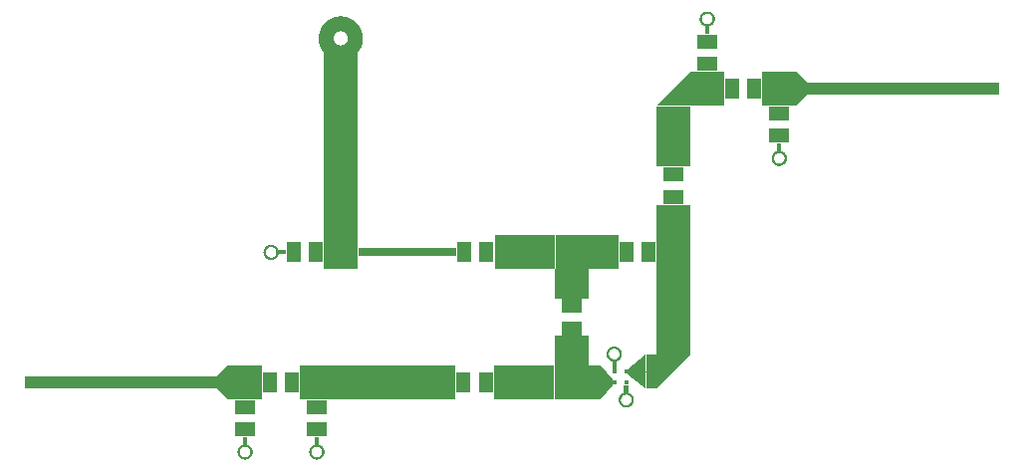
<source format=gbr>
G04 ===== Begin FILE IDENTIFICATION =====*
G04 File Format:  Gerber RS274X*
G04 ===== End FILE IDENTIFICATION =====*
%FSLAX24Y24*%
%MOMM*%
%SFA1.0000B1.0000*%
%OFA0.0B0.0*%
%ADD14R,2.500000X2.890000*%
%ADD15R,2.890000X2.500000*%
%ADD16R,1.800000X1.300000*%
%ADD17R,0.350000X0.450000*%
%ADD18R,5.200000X2.890000*%
%ADD19R,1.000000X2.890000*%
%ADD20R,1.300000X1.800000*%
%ADD21R,10.400000X2.890000*%
%ADD22R,2.890000X3.900000*%
%ADD23R,2.890000X2.600000*%
%ADD24R,8.400000X0.800000*%
%ADD25R,2.890000X15.540000*%
%ADD26R,2.890000X3.400000*%
%ADD27R,2.890000X5.200000*%
%ADD28R,0.920000X2.890000*%
%ADD29R,16.300000X1.000000*%
%ADD30C,0.025000*%
%LNcond*%
%IPPOS*%
%LPD*%
G75*
G36*
G01X188500Y96300D02*
G01Y125200D01*
G01X217400D01*
G01Y96300D01*
G01X188500D01*
G37*
D14*
X229900Y110750D03*
D15*
X202450Y26950D03*
D16*
Y45950D03*
Y64950D03*
D17*
X248640Y10D03*
X238640D03*
X248640Y9010D03*
X238640D03*
G36*
G01X188000Y-14450D02*
G01Y14450D01*
G01X216900D01*
G01Y-14450D01*
G01X188000D01*
G37*
D18*
X162000Y0D03*
D15*
X202450Y83950D03*
D19*
X221900Y0D03*
D20*
X248900Y110750D03*
X267900D03*
X110500Y0D03*
X129500Y0D03*
D21*
X52000Y0D03*
G36*
G01X226900Y-14450D02*
G01Y14450D01*
G01X236900Y2250D01*
G01Y-2250D01*
G01X226900Y-14450D01*
G37*
D18*
X162500Y110750D03*
G36*
G01X303280Y125250D02*
G01X274380D01*
G01Y96350D01*
G01X303280D01*
G01Y125250D01*
G37*
D22*
X288830Y76850D03*
G36*
G01X265270Y-5446D02*
G01Y23454D01*
G01X250270Y11254D01*
G01Y6754D01*
G01X265270Y-5446D01*
G37*
D23*
X288850Y138200D03*
D16*
Y157700D03*
Y176700D03*
G36*
G01X303300Y235200D02*
G01X274400D01*
G01X303300Y264100D01*
G01Y235200D01*
G37*
D16*
X-75350Y-20950D03*
Y-39950D03*
D20*
X130000Y110750D03*
X111000D03*
G36*
G01X-99800Y5000D02*
G01Y-5000D01*
G01X-89800Y-14450D01*
G01Y14450D01*
G01X-99800Y5000D01*
G37*
D24*
X62590Y110750D03*
G36*
G01X20590Y96300D02*
G01Y125200D01*
G01X-8310D01*
G01Y96300D01*
G01X20590D01*
G37*
D20*
X-14810Y110750D03*
X-33810D03*
D25*
X6140Y202900D03*
D20*
X-54400Y0D03*
X-35400Y0D03*
G36*
G01X-28900Y14450D02*
G01Y-14450D01*
G01X0D01*
G01Y14450D01*
G01X-28900D01*
G37*
D26*
X288830Y40350D03*
D27*
X288850Y209200D03*
G36*
G01X274380Y23350D02*
G01Y-5550D01*
G01X303280Y23350D01*
G01X274380D01*
G37*
D28*
X269780Y8900D03*
D29*
X-181300Y0D03*
G36*
G01X303300Y235200D02*
G01Y264100D01*
G01X332200D01*
G01Y235200D01*
G01X303300D01*
G37*
D29*
X484600Y249650D03*
G36*
G01X393100Y264100D02*
G01Y235200D01*
G01X403100Y244650D01*
G01Y254650D01*
G01X393100Y264100D01*
G37*
D20*
X338700Y249650D03*
X357700D03*
D16*
X317750Y270600D03*
Y289600D03*
X378650Y228700D03*
Y209700D03*
X-14450Y-20950D03*
Y-39950D03*
G36*
G01X364200Y264100D02*
G01Y235200D01*
G01X393100D01*
G01Y264100D01*
G01X364200D01*
G37*
G36*
G01X-89800Y14450D02*
G01Y-14450D01*
G01X-60900D01*
G01Y14450D01*
G01X-89800D01*
G37*
G36*
G01X-59597Y110515D02*
G01X-59596Y110401D01*
G01X-59593Y110287D01*
G01X-59587Y110174D01*
G01X-59580Y110060D01*
G01X-59571Y109947D01*
G01X-59560Y109834D01*
G01X-59547Y109721D01*
G01X-59531Y109608D01*
G01X-59514Y109496D01*
G01X-59495Y109384D01*
G01X-59474Y109272D01*
G01X-59451Y109161D01*
G01X-59426Y109050D01*
G01X-59399Y108939D01*
G01X-59370Y108829D01*
G01X-59340Y108720D01*
G01X-59307Y108611D01*
G01X-59272Y108502D01*
G01X-59236Y108395D01*
G01X-59198Y108288D01*
G01X-59157Y108181D01*
G01X-59115Y108076D01*
G01X-59071Y107971D01*
G01X-59026Y107867D01*
G01X-58978Y107763D01*
G01X-58929Y107661D01*
G01X-58878Y107559D01*
G01X-58825Y107459D01*
G01X-58770Y107359D01*
G01X-58714Y107260D01*
G01X-58656Y107162D01*
G01X-58596Y107066D01*
G01X-58535Y106970D01*
G01X-58471Y106875D01*
G01X-58407Y106782D01*
G01X-58340Y106690D01*
G01X-58272Y106599D01*
G01X-58203Y106509D01*
G01X-58131Y106420D01*
G01X-58059Y106332D01*
G01X-57984Y106246D01*
G01X-57909Y106162D01*
G01X-57832Y106078D01*
G01X-57753Y105996D01*
G01X-57673Y105915D01*
G01X-57591Y105836D01*
G01X-57509Y105758D01*
G01X-57424Y105681D01*
G01X-57339Y105606D01*
G01X-57252Y105533D01*
G01X-57164Y105461D01*
G01X-57075Y105391D01*
G01X-56984Y105322D01*
G01X-56892Y105255D01*
G01X-56800Y105189D01*
G01X-56705Y105125D01*
G01X-56610Y105063D01*
G01X-56514Y105002D01*
G01X-56417Y104943D01*
G01X-56319Y104886D01*
G01X-56219Y104831D01*
G01X-56119Y104777D01*
G01X-56018Y104725D01*
G01X-55916Y104675D01*
G01X-55813Y104626D01*
G01X-55709Y104580D01*
G01X-55605Y104535D01*
G01X-55500Y104492D01*
G01X-55394Y104451D01*
G01X-55287Y104412D01*
G01X-55179Y104374D01*
G01X-55071Y104339D01*
G01X-54963Y104305D01*
G01X-54854Y104274D01*
G01X-54744Y104244D01*
G01X-54634Y104216D01*
G01X-54523Y104190D01*
G01X-54412Y104166D01*
G01X-54300Y104144D01*
G01X-54188Y104124D01*
G01X-54076Y104106D01*
G01X-53963Y104090D01*
G01X-53851Y104076D01*
G01X-53738Y104063D01*
G01X-53624Y104053D01*
G01X-53511Y104045D01*
G01X-53397Y104039D01*
G01X-53284Y104034D01*
G01X-53170Y104032D01*
G01X-53056D01*
G01X-52943Y104034D01*
G01X-52829Y104037D01*
G01X-52715Y104043D01*
G01X-52602Y104051D01*
G01X-52489Y104060D01*
G01X-52376Y104072D01*
G01X-52263Y104086D01*
G01X-52150Y104101D01*
G01X-52038Y104119D01*
G01X-51926Y104138D01*
G01X-51814Y104160D01*
G01X-51703Y104183D01*
G01X-51592Y104208D01*
G01X-51481Y104236D01*
G01X-51372Y104265D01*
G01X-51262Y104296D01*
G01X-51153Y104329D01*
G01X-51045Y104364D01*
G01X-50938Y104401D01*
G01X-50831Y104440D01*
G01X-50724Y104480D01*
G01X-50619Y104523D01*
G01X-50514Y104567D01*
G01X-50410Y104613D01*
G01X-50307Y104661D01*
G01X-50205Y104711D01*
G01X-50103Y104762D01*
G01X-50003Y104815D01*
G01X-49903Y104870D01*
G01X-49805Y104927D01*
G01X-49707Y104986D01*
G01X-49611Y105046D01*
G01X-49515Y105107D01*
G01X-49421Y105171D01*
G01X-49328Y105236D01*
G01X-49236Y105303D01*
G01X-49145Y105371D01*
G01X-49055Y105441D01*
G01X-48967Y105513D01*
G01X-48880Y105586D01*
G01X-48794Y105660D01*
G01X-48709Y105736D01*
G01X-48626Y105814D01*
G01X-48544Y105893D01*
G01X-48464Y105973D01*
G01X-48385Y106055D01*
G01X-48307Y106138D01*
G01X-48231Y106222D01*
G01X-48156Y106308D01*
G01X-48083Y106395D01*
G01X-48012Y106483D01*
G01X-47942Y106573D01*
G01X-47873Y106664D01*
G01X-47806Y106756D01*
G01X-47741Y106849D01*
G01X-47677Y106943D01*
G01X-47615Y107039D01*
G01X-47555Y107135D01*
G01X-47497Y107232D01*
G01X-47440Y107331D01*
G01X-47385Y107430D01*
G01X-47331Y107531D01*
G01X-47280Y107632D01*
G01X-47230Y107734D01*
G01X-47182Y107837D01*
G01X-47135Y107941D01*
G01X-47091Y108046D01*
G01X-47048Y108151D01*
G01X-47008Y108258D01*
G01X-46969Y108364D01*
G01X-46932Y108472D01*
G01X-46897Y108580D01*
G01X-46864Y108689D01*
G01X-46832Y108798D01*
G01X-46803Y108908D01*
G01X-40310D01*
G01Y112408D01*
G01X-46874D01*
G01X-46908Y112517D01*
G01X-46943Y112625D01*
G01X-46981Y112732D01*
G01X-47020Y112839D01*
G01X-47062Y112944D01*
G01X-47105Y113050D01*
G01X-47150Y113154D01*
G01X-47197Y113258D01*
G01X-47245Y113361D01*
G01X-47296Y113463D01*
G01X-47348Y113564D01*
G01X-47402Y113664D01*
G01X-47457Y113763D01*
G01X-47515Y113861D01*
G01X-47574Y113958D01*
G01X-47634Y114054D01*
G01X-47697Y114149D01*
G01X-47761Y114243D01*
G01X-47827Y114336D01*
G01X-47894Y114428D01*
G01X-47963Y114518D01*
G01X-48034Y114607D01*
G01X-48106Y114695D01*
G01X-48179Y114782D01*
G01X-48254Y114867D01*
G01X-48331Y114951D01*
G01X-48409Y115034D01*
G01X-48488Y115115D01*
G01X-48569Y115195D01*
G01X-48652Y115274D01*
G01X-48735Y115351D01*
G01X-48820Y115426D01*
G01X-48906Y115500D01*
G01X-48994Y115573D01*
G01X-49083Y115644D01*
G01X-49173Y115713D01*
G01X-49264Y115781D01*
G01X-49356Y115847D01*
G01X-49450Y115912D01*
G01X-49545Y115975D01*
G01X-49640Y116036D01*
G01X-49737Y116096D01*
G01X-49835Y116154D01*
G01X-49934Y116210D01*
G01X-50034Y116265D01*
G01X-50134Y116317D01*
G01X-50236Y116368D01*
G01X-50339Y116417D01*
G01X-50442Y116465D01*
G01X-50546Y116510D01*
G01X-50651Y116554D01*
G01X-50757Y116596D01*
G01X-50863Y116636D01*
G01X-50970Y116674D01*
G01X-51078Y116710D01*
G01X-51187Y116745D01*
G01X-51296Y116777D01*
G01X-51405Y116808D01*
G01X-51515Y116836D01*
G01X-51626Y116863D01*
G01X-51737Y116888D01*
G01X-51848Y116911D01*
G01X-51960Y116932D01*
G01X-52072Y116951D01*
G01X-52184Y116967D01*
G01X-52297Y116982D01*
G01X-52410Y116995D01*
G01X-52523Y117006D01*
G01X-52637Y117016D01*
G01X-52750Y117023D01*
G01X-52864Y117028D01*
G01X-52977Y117031D01*
G01X-53091Y117032D01*
G01X-53097D01*
G01Y115032D01*
G01X-53018Y115031D01*
G01X-52940Y115029D01*
G01X-52861Y115026D01*
G01X-52783Y115021D01*
G01X-52705Y115015D01*
G01X-52627Y115007D01*
G01X-52549Y114998D01*
G01X-52471Y114988D01*
G01X-52393Y114977D01*
G01X-52316Y114964D01*
G01X-52238Y114949D01*
G01X-52161Y114934D01*
G01X-52085Y114917D01*
G01X-52008Y114898D01*
G01X-51932Y114879D01*
G01X-51857Y114858D01*
G01X-51781Y114835D01*
G01X-51706Y114812D01*
G01X-51632Y114787D01*
G01X-51558Y114761D01*
G01X-51484Y114733D01*
G01X-51411Y114704D01*
G01X-51339Y114674D01*
G01X-51267Y114643D01*
G01X-51195Y114610D01*
G01X-51124Y114577D01*
G01X-51054Y114542D01*
G01X-50984Y114505D01*
G01X-50915Y114468D01*
G01X-50847Y114429D01*
G01X-50779Y114389D01*
G01X-50712Y114348D01*
G01X-50646Y114306D01*
G01X-50581Y114263D01*
G01X-50516Y114218D01*
G01X-50452Y114173D01*
G01X-50389Y114126D01*
G01X-50327Y114078D01*
G01X-50265Y114029D01*
G01X-50204Y113979D01*
G01X-50145Y113928D01*
G01X-50086Y113876D01*
G01X-50028Y113823D01*
G01X-49971Y113769D01*
G01X-49915Y113714D01*
G01X-49860Y113658D01*
G01X-49806Y113601D01*
G01X-49753Y113543D01*
G01X-49701Y113484D01*
G01X-49650Y113425D01*
G01X-49600Y113364D01*
G01X-49551Y113302D01*
G01X-49503Y113240D01*
G01X-49456Y113177D01*
G01X-49411Y113113D01*
G01X-49366Y113048D01*
G01X-49323Y112983D01*
G01X-49281Y112917D01*
G01X-49240Y112850D01*
G01X-49200Y112782D01*
G01X-49161Y112714D01*
G01X-49124Y112645D01*
G01X-49087Y112575D01*
G01X-49052Y112505D01*
G01X-49019Y112434D01*
G01X-48986Y112362D01*
G01X-48955Y112290D01*
G01X-48925Y112218D01*
G01X-48896Y112145D01*
G01X-48868Y112071D01*
G01X-48842Y111997D01*
G01X-48817Y111923D01*
G01X-48794Y111848D01*
G01X-48771Y111772D01*
G01X-48750Y111697D01*
G01X-48731Y111621D01*
G01X-48712Y111544D01*
G01X-48695Y111468D01*
G01X-48680Y111391D01*
G01X-48665Y111313D01*
G01X-48652Y111236D01*
G01X-48641Y111158D01*
G01X-48631Y111080D01*
G01X-48622Y111002D01*
G01X-48614Y110924D01*
G01X-48608Y110846D01*
G01X-48603Y110768D01*
G01X-48600Y110689D01*
G01X-48598Y110611D01*
G01X-48597Y110532D01*
G01X-48598Y110453D01*
G01X-48600Y110375D01*
G01X-48603Y110296D01*
G01X-48608Y110218D01*
G01X-48614Y110140D01*
G01X-48622Y110062D01*
G01X-48631Y109984D01*
G01X-48641Y109906D01*
G01X-48652Y109828D01*
G01X-48665Y109751D01*
G01X-48680Y109673D01*
G01X-48695Y109596D01*
G01X-48712Y109520D01*
G01X-48731Y109443D01*
G01X-48750Y109367D01*
G01X-48771Y109292D01*
G01X-48794Y109216D01*
G01X-48817Y109141D01*
G01X-48842Y109067D01*
G01X-48868Y108993D01*
G01X-48896Y108919D01*
G01X-48925Y108846D01*
G01X-48955Y108774D01*
G01X-48986Y108702D01*
G01X-49019Y108630D01*
G01X-49052Y108559D01*
G01X-49087Y108489D01*
G01X-49124Y108419D01*
G01X-49161Y108350D01*
G01X-49200Y108282D01*
G01X-49240Y108214D01*
G01X-49281Y108147D01*
G01X-49323Y108081D01*
G01X-49366Y108016D01*
G01X-49411Y107951D01*
G01X-49456Y107887D01*
G01X-49503Y107824D01*
G01X-49551Y107762D01*
G01X-49600Y107700D01*
G01X-49650Y107639D01*
G01X-49701Y107580D01*
G01X-49753Y107521D01*
G01X-49806Y107463D01*
G01X-49860Y107406D01*
G01X-49915Y107350D01*
G01X-49971Y107295D01*
G01X-50028Y107241D01*
G01X-50086Y107188D01*
G01X-50145Y107136D01*
G01X-50204Y107085D01*
G01X-50265Y107035D01*
G01X-50327Y106986D01*
G01X-50389Y106938D01*
G01X-50452Y106891D01*
G01X-50516Y106846D01*
G01X-50581Y106801D01*
G01X-50646Y106758D01*
G01X-50712Y106716D01*
G01X-50779Y106675D01*
G01X-50847Y106635D01*
G01X-50915Y106596D01*
G01X-50984Y106559D01*
G01X-51054Y106522D01*
G01X-51124Y106487D01*
G01X-51195Y106454D01*
G01X-51267Y106421D01*
G01X-51339Y106390D01*
G01X-51411Y106360D01*
G01X-51484Y106331D01*
G01X-51558Y106303D01*
G01X-51632Y106277D01*
G01X-51706Y106252D01*
G01X-51781Y106229D01*
G01X-51857Y106206D01*
G01X-51932Y106185D01*
G01X-52008Y106166D01*
G01X-52085Y106147D01*
G01X-52161Y106130D01*
G01X-52238Y106115D01*
G01X-52316Y106100D01*
G01X-52393Y106087D01*
G01X-52471Y106076D01*
G01X-52549Y106066D01*
G01X-52627Y106057D01*
G01X-52705Y106049D01*
G01X-52783Y106043D01*
G01X-52861Y106038D01*
G01X-52940Y106035D01*
G01X-53018Y106033D01*
G01X-53097Y106032D01*
G01X-53176Y106033D01*
G01X-53254Y106035D01*
G01X-53333Y106038D01*
G01X-53411Y106043D01*
G01X-53489Y106049D01*
G01X-53567Y106057D01*
G01X-53645Y106066D01*
G01X-53723Y106076D01*
G01X-53801Y106087D01*
G01X-53878Y106100D01*
G01X-53956Y106115D01*
G01X-54033Y106130D01*
G01X-54109Y106147D01*
G01X-54186Y106166D01*
G01X-54262Y106185D01*
G01X-54337Y106206D01*
G01X-54413Y106229D01*
G01X-54488Y106252D01*
G01X-54562Y106277D01*
G01X-54636Y106303D01*
G01X-54710Y106331D01*
G01X-54783Y106360D01*
G01X-54855Y106390D01*
G01X-54927Y106421D01*
G01X-54999Y106454D01*
G01X-55070Y106487D01*
G01X-55140Y106522D01*
G01X-55210Y106559D01*
G01X-55279Y106596D01*
G01X-55347Y106635D01*
G01X-55415Y106675D01*
G01X-55482Y106716D01*
G01X-55548Y106758D01*
G01X-55613Y106801D01*
G01X-55678Y106846D01*
G01X-55742Y106891D01*
G01X-55805Y106938D01*
G01X-55867Y106986D01*
G01X-55929Y107035D01*
G01X-55990Y107085D01*
G01X-56049Y107136D01*
G01X-56108Y107188D01*
G01X-56166Y107241D01*
G01X-56223Y107295D01*
G01X-56279Y107350D01*
G01X-56334Y107406D01*
G01X-56388Y107463D01*
G01X-56441Y107521D01*
G01X-56493Y107580D01*
G01X-56544Y107639D01*
G01X-56594Y107700D01*
G01X-56643Y107762D01*
G01X-56691Y107824D01*
G01X-56738Y107887D01*
G01X-56783Y107951D01*
G01X-56828Y108016D01*
G01X-56871Y108081D01*
G01X-56913Y108147D01*
G01X-56954Y108214D01*
G01X-56994Y108282D01*
G01X-57033Y108350D01*
G01X-57070Y108419D01*
G01X-57107Y108489D01*
G01X-57142Y108559D01*
G01X-57175Y108630D01*
G01X-57208Y108702D01*
G01X-57239Y108774D01*
G01X-57269Y108846D01*
G01X-57298Y108919D01*
G01X-57326Y108993D01*
G01X-57352Y109067D01*
G01X-57377Y109141D01*
G01X-57400Y109216D01*
G01X-57423Y109292D01*
G01X-57444Y109367D01*
G01X-57463Y109443D01*
G01X-57482Y109520D01*
G01X-57499Y109596D01*
G01X-57514Y109673D01*
G01X-57529Y109751D01*
G01X-57542Y109828D01*
G01X-57553Y109906D01*
G01X-57563Y109984D01*
G01X-57572Y110062D01*
G01X-57580Y110140D01*
G01X-57586Y110218D01*
G01X-57591Y110296D01*
G01X-57594Y110375D01*
G01X-57596Y110453D01*
G01X-57597Y110532D01*
G01X-57596Y110611D01*
G01X-57594Y110689D01*
G01X-57591Y110768D01*
G01X-57586Y110846D01*
G01X-57580Y110924D01*
G01X-57572Y111002D01*
G01X-57563Y111080D01*
G01X-57553Y111158D01*
G01X-57542Y111236D01*
G01X-57529Y111313D01*
G01X-57514Y111391D01*
G01X-57499Y111468D01*
G01X-57482Y111544D01*
G01X-57463Y111621D01*
G01X-57444Y111697D01*
G01X-57423Y111772D01*
G01X-57400Y111848D01*
G01X-57377Y111923D01*
G01X-57352Y111997D01*
G01X-57326Y112071D01*
G01X-57298Y112145D01*
G01X-57269Y112218D01*
G01X-57239Y112290D01*
G01X-57208Y112362D01*
G01X-57175Y112434D01*
G01X-57142Y112505D01*
G01X-57107Y112575D01*
G01X-57070Y112645D01*
G01X-57033Y112714D01*
G01X-56994Y112782D01*
G01X-56954Y112850D01*
G01X-56913Y112917D01*
G01X-56871Y112983D01*
G01X-56828Y113048D01*
G01X-56783Y113113D01*
G01X-56738Y113177D01*
G01X-56691Y113240D01*
G01X-56643Y113302D01*
G01X-56594Y113364D01*
G01X-56544Y113425D01*
G01X-56493Y113484D01*
G01X-56441Y113543D01*
G01X-56388Y113601D01*
G01X-56334Y113658D01*
G01X-56279Y113714D01*
G01X-56223Y113769D01*
G01X-56166Y113823D01*
G01X-56108Y113876D01*
G01X-56049Y113928D01*
G01X-55990Y113979D01*
G01X-55929Y114029D01*
G01X-55867Y114078D01*
G01X-55805Y114126D01*
G01X-55742Y114173D01*
G01X-55678Y114218D01*
G01X-55613Y114263D01*
G01X-55548Y114306D01*
G01X-55482Y114348D01*
G01X-55415Y114389D01*
G01X-55347Y114429D01*
G01X-55279Y114468D01*
G01X-55210Y114505D01*
G01X-55140Y114542D01*
G01X-55070Y114577D01*
G01X-54999Y114610D01*
G01X-54927Y114643D01*
G01X-54855Y114674D01*
G01X-54783Y114704D01*
G01X-54710Y114733D01*
G01X-54636Y114761D01*
G01X-54562Y114787D01*
G01X-54488Y114812D01*
G01X-54413Y114835D01*
G01X-54337Y114858D01*
G01X-54262Y114879D01*
G01X-54186Y114898D01*
G01X-54109Y114917D01*
G01X-54033Y114934D01*
G01X-53956Y114949D01*
G01X-53878Y114964D01*
G01X-53801Y114977D01*
G01X-53723Y114988D01*
G01X-53645Y114998D01*
G01X-53567Y115007D01*
G01X-53489Y115015D01*
G01X-53411Y115021D01*
G01X-53333Y115026D01*
G01X-53254Y115029D01*
G01X-53176Y115031D01*
G01X-53097Y115032D01*
G01Y117032D01*
G01X-53205Y117031D01*
G01X-53318Y117028D01*
G01X-53432Y117023D01*
G01X-53545Y117016D01*
G01X-53659Y117008D01*
G01X-53772Y116997D01*
G01X-53885Y116984D01*
G01X-53998Y116969D01*
G01X-54110Y116952D01*
G01X-54222Y116934D01*
G01X-54334Y116913D01*
G01X-54446Y116891D01*
G01X-54557Y116866D01*
G01X-54667Y116839D01*
G01X-54777Y116811D01*
G01X-54887Y116781D01*
G01X-54996Y116748D01*
G01X-55104Y116714D01*
G01X-55212Y116678D01*
G01X-55319Y116640D01*
G01X-55426Y116600D01*
G01X-55532Y116559D01*
G01X-55637Y116515D01*
G01X-55741Y116470D01*
G01X-55845Y116423D01*
G01X-55947Y116374D01*
G01X-56049Y116323D01*
G01X-56150Y116271D01*
G01X-56250Y116216D01*
G01X-56349Y116160D01*
G01X-56447Y116103D01*
G01X-56544Y116043D01*
G01X-56639Y115982D01*
G01X-56734Y115919D01*
G01X-56828Y115855D01*
G01X-56920Y115789D01*
G01X-57012Y115721D01*
G01X-57102Y115652D01*
G01X-57191Y115581D01*
G01X-57279Y115509D01*
G01X-57365Y115435D01*
G01X-57450Y115359D01*
G01X-57534Y115282D01*
G01X-57616Y115204D01*
G01X-57697Y115124D01*
G01X-57777Y115043D01*
G01X-57855Y114961D01*
G01X-57932Y114877D01*
G01X-58007Y114791D01*
G01X-58081Y114705D01*
G01X-58153Y114617D01*
G01X-58224Y114528D01*
G01X-58293Y114438D01*
G01X-58361Y114346D01*
G01X-58426Y114254D01*
G01X-58491Y114160D01*
G01X-58553Y114065D01*
G01X-58614Y113969D01*
G01X-58674Y113872D01*
G01X-58731Y113774D01*
G01X-58787Y113675D01*
G01X-58841Y113575D01*
G01X-58893Y113474D01*
G01X-58944Y113372D01*
G01X-58993Y113269D01*
G01X-59040Y113166D01*
G01X-59085Y113061D01*
G01X-59128Y112956D01*
G01X-59170Y112850D01*
G01X-59209Y112744D01*
G01X-59247Y112637D01*
G01X-59283Y112529D01*
G01X-59317Y112420D01*
G01X-59349Y112311D01*
G01X-59379Y112201D01*
G01X-59408Y112091D01*
G01X-59434Y111981D01*
G01X-59458Y111870D01*
G01X-59481Y111758D01*
G01X-59501Y111646D01*
G01X-59520Y111534D01*
G01X-59536Y111422D01*
G01X-59551Y111309D01*
G01X-59563Y111196D01*
G01X-59574Y111083D01*
G01X-59583Y110969D01*
G01X-59589Y110856D01*
G01X-59594Y110742D01*
G01X-59597Y110628D01*
G01X-59597Y110515D01*
G37*
D30*
G01X238600Y0D02*
G01X238500D01*
G01Y10D01*
G01X238640D01*
G36*
G01X-12634Y-52891D02*
G01Y-46398D01*
G01X-14258D01*
G01Y-54685D01*
G01X-14179Y-54686D01*
G01X-14101Y-54688D01*
G01X-14022Y-54691D01*
G01X-13944Y-54696D01*
G01X-13866Y-54702D01*
G01X-13788Y-54710D01*
G01X-13710Y-54719D01*
G01X-13632Y-54729D01*
G01X-13554Y-54740D01*
G01X-13477Y-54753D01*
G01X-13399Y-54768D01*
G01X-13322Y-54783D01*
G01X-13246Y-54800D01*
G01X-13169Y-54819D01*
G01X-13093Y-54838D01*
G01X-13018Y-54859D01*
G01X-12942Y-54882D01*
G01X-12867Y-54905D01*
G01X-12793Y-54930D01*
G01X-12719Y-54956D01*
G01X-12645Y-54984D01*
G01X-12572Y-55013D01*
G01X-12500Y-55043D01*
G01X-12428Y-55074D01*
G01X-12356Y-55107D01*
G01X-12285Y-55140D01*
G01X-12215Y-55175D01*
G01X-12145Y-55212D01*
G01X-12076Y-55249D01*
G01X-12008Y-55288D01*
G01X-11940Y-55328D01*
G01X-11873Y-55369D01*
G01X-11807Y-55411D01*
G01X-11742Y-55454D01*
G01X-11677Y-55499D01*
G01X-11613Y-55544D01*
G01X-11550Y-55591D01*
G01X-11488Y-55639D01*
G01X-11426Y-55688D01*
G01X-11365Y-55738D01*
G01X-11306Y-55789D01*
G01X-11247Y-55841D01*
G01X-11189Y-55894D01*
G01X-11132Y-55948D01*
G01X-11076Y-56003D01*
G01X-11021Y-56059D01*
G01X-10967Y-56116D01*
G01X-10914Y-56174D01*
G01X-10862Y-56233D01*
G01X-10811Y-56292D01*
G01X-10761Y-56353D01*
G01X-10712Y-56415D01*
G01X-10664Y-56477D01*
G01X-10617Y-56540D01*
G01X-10572Y-56604D01*
G01X-10527Y-56669D01*
G01X-10484Y-56734D01*
G01X-10442Y-56800D01*
G01X-10401Y-56867D01*
G01X-10361Y-56935D01*
G01X-10322Y-57003D01*
G01X-10285Y-57072D01*
G01X-10248Y-57142D01*
G01X-10213Y-57212D01*
G01X-10180Y-57283D01*
G01X-10147Y-57355D01*
G01X-10116Y-57427D01*
G01X-10086Y-57499D01*
G01X-10057Y-57572D01*
G01X-10029Y-57646D01*
G01X-10003Y-57720D01*
G01X-9978Y-57794D01*
G01X-9955Y-57869D01*
G01X-9932Y-57945D01*
G01X-9911Y-58020D01*
G01X-9892Y-58096D01*
G01X-9873Y-58173D01*
G01X-9856Y-58249D01*
G01X-9841Y-58326D01*
G01X-9826Y-58404D01*
G01X-9813Y-58481D01*
G01X-9802Y-58559D01*
G01X-9792Y-58637D01*
G01X-9783Y-58715D01*
G01X-9775Y-58793D01*
G01X-9769Y-58871D01*
G01X-9764Y-58949D01*
G01X-9761Y-59028D01*
G01X-9759Y-59106D01*
G01X-9758Y-59185D01*
G01X-9759Y-59264D01*
G01X-9761Y-59342D01*
G01X-9764Y-59421D01*
G01X-9769Y-59499D01*
G01X-9775Y-59577D01*
G01X-9783Y-59655D01*
G01X-9792Y-59733D01*
G01X-9802Y-59811D01*
G01X-9813Y-59889D01*
G01X-9826Y-59966D01*
G01X-9841Y-60044D01*
G01X-9856Y-60121D01*
G01X-9873Y-60197D01*
G01X-9892Y-60274D01*
G01X-9911Y-60350D01*
G01X-9932Y-60425D01*
G01X-9955Y-60501D01*
G01X-9978Y-60576D01*
G01X-10003Y-60650D01*
G01X-10029Y-60724D01*
G01X-10057Y-60798D01*
G01X-10086Y-60871D01*
G01X-10116Y-60943D01*
G01X-10147Y-61015D01*
G01X-10180Y-61087D01*
G01X-10213Y-61158D01*
G01X-10248Y-61228D01*
G01X-10285Y-61298D01*
G01X-10322Y-61367D01*
G01X-10361Y-61435D01*
G01X-10401Y-61503D01*
G01X-10442Y-61570D01*
G01X-10484Y-61636D01*
G01X-10527Y-61701D01*
G01X-10572Y-61766D01*
G01X-10617Y-61830D01*
G01X-10664Y-61893D01*
G01X-10712Y-61955D01*
G01X-10761Y-62017D01*
G01X-10811Y-62078D01*
G01X-10862Y-62137D01*
G01X-10914Y-62196D01*
G01X-10967Y-62254D01*
G01X-11021Y-62311D01*
G01X-11076Y-62367D01*
G01X-11132Y-62422D01*
G01X-11189Y-62476D01*
G01X-11247Y-62529D01*
G01X-11306Y-62581D01*
G01X-11365Y-62632D01*
G01X-11426Y-62682D01*
G01X-11488Y-62731D01*
G01X-11550Y-62779D01*
G01X-11613Y-62826D01*
G01X-11677Y-62871D01*
G01X-11742Y-62916D01*
G01X-11807Y-62959D01*
G01X-11873Y-63001D01*
G01X-11940Y-63042D01*
G01X-12008Y-63082D01*
G01X-12076Y-63121D01*
G01X-12145Y-63158D01*
G01X-12215Y-63195D01*
G01X-12285Y-63230D01*
G01X-12356Y-63263D01*
G01X-12428Y-63296D01*
G01X-12500Y-63327D01*
G01X-12572Y-63357D01*
G01X-12645Y-63386D01*
G01X-12719Y-63414D01*
G01X-12793Y-63440D01*
G01X-12867Y-63465D01*
G01X-12942Y-63488D01*
G01X-13018Y-63511D01*
G01X-13093Y-63532D01*
G01X-13169Y-63551D01*
G01X-13246Y-63570D01*
G01X-13322Y-63587D01*
G01X-13399Y-63602D01*
G01X-13477Y-63617D01*
G01X-13554Y-63630D01*
G01X-13632Y-63641D01*
G01X-13710Y-63651D01*
G01X-13788Y-63660D01*
G01X-13866Y-63668D01*
G01X-13944Y-63674D01*
G01X-14022Y-63679D01*
G01X-14101Y-63682D01*
G01X-14179Y-63684D01*
G01X-14258Y-63685D01*
G01X-14337Y-63684D01*
G01X-14415Y-63682D01*
G01X-14494Y-63679D01*
G01X-14572Y-63674D01*
G01X-14650Y-63668D01*
G01X-14728Y-63660D01*
G01X-14806Y-63651D01*
G01X-14884Y-63641D01*
G01X-14962Y-63630D01*
G01X-15039Y-63617D01*
G01X-15117Y-63602D01*
G01X-15194Y-63587D01*
G01X-15270Y-63570D01*
G01X-15347Y-63551D01*
G01X-15423Y-63532D01*
G01X-15498Y-63511D01*
G01X-15574Y-63488D01*
G01X-15649Y-63465D01*
G01X-15723Y-63440D01*
G01X-15797Y-63414D01*
G01X-15871Y-63386D01*
G01X-15944Y-63357D01*
G01X-16016Y-63327D01*
G01X-16088Y-63296D01*
G01X-16160Y-63263D01*
G01X-16231Y-63230D01*
G01X-16301Y-63195D01*
G01X-16371Y-63158D01*
G01X-16440Y-63121D01*
G01X-16508Y-63082D01*
G01X-16576Y-63042D01*
G01X-16643Y-63001D01*
G01X-16709Y-62959D01*
G01X-16774Y-62916D01*
G01X-16839Y-62871D01*
G01X-16903Y-62826D01*
G01X-16966Y-62779D01*
G01X-17028Y-62731D01*
G01X-17090Y-62682D01*
G01X-17151Y-62632D01*
G01X-17210Y-62581D01*
G01X-17269Y-62529D01*
G01X-17327Y-62476D01*
G01X-17384Y-62422D01*
G01X-17440Y-62367D01*
G01X-17495Y-62311D01*
G01X-17549Y-62254D01*
G01X-17602Y-62196D01*
G01X-17654Y-62137D01*
G01X-17705Y-62078D01*
G01X-17755Y-62017D01*
G01X-17804Y-61955D01*
G01X-17852Y-61893D01*
G01X-17899Y-61830D01*
G01X-17944Y-61766D01*
G01X-17989Y-61701D01*
G01X-18032Y-61636D01*
G01X-18074Y-61570D01*
G01X-18115Y-61503D01*
G01X-18155Y-61435D01*
G01X-18194Y-61367D01*
G01X-18231Y-61298D01*
G01X-18268Y-61228D01*
G01X-18303Y-61158D01*
G01X-18336Y-61087D01*
G01X-18369Y-61015D01*
G01X-18400Y-60943D01*
G01X-18430Y-60871D01*
G01X-18459Y-60798D01*
G01X-18487Y-60724D01*
G01X-18513Y-60650D01*
G01X-18538Y-60576D01*
G01X-18561Y-60501D01*
G01X-18584Y-60425D01*
G01X-18605Y-60350D01*
G01X-18624Y-60274D01*
G01X-18643Y-60197D01*
G01X-18660Y-60121D01*
G01X-18675Y-60044D01*
G01X-18690Y-59966D01*
G01X-18703Y-59889D01*
G01X-18714Y-59811D01*
G01X-18724Y-59733D01*
G01X-18733Y-59655D01*
G01X-18741Y-59577D01*
G01X-18747Y-59499D01*
G01X-18752Y-59421D01*
G01X-18755Y-59342D01*
G01X-18757Y-59264D01*
G01X-18758Y-59185D01*
G01X-18757Y-59106D01*
G01X-18755Y-59028D01*
G01X-18752Y-58949D01*
G01X-18747Y-58871D01*
G01X-18741Y-58793D01*
G01X-18733Y-58715D01*
G01X-18724Y-58637D01*
G01X-18714Y-58559D01*
G01X-18703Y-58481D01*
G01X-18690Y-58404D01*
G01X-18675Y-58326D01*
G01X-18660Y-58249D01*
G01X-18643Y-58173D01*
G01X-18624Y-58096D01*
G01X-18605Y-58020D01*
G01X-18584Y-57945D01*
G01X-18561Y-57869D01*
G01X-18538Y-57794D01*
G01X-18513Y-57720D01*
G01X-18487Y-57646D01*
G01X-18459Y-57572D01*
G01X-18430Y-57499D01*
G01X-18400Y-57427D01*
G01X-18369Y-57355D01*
G01X-18336Y-57283D01*
G01X-18303Y-57212D01*
G01X-18268Y-57142D01*
G01X-18231Y-57072D01*
G01X-18194Y-57003D01*
G01X-18155Y-56935D01*
G01X-18115Y-56867D01*
G01X-18074Y-56800D01*
G01X-18032Y-56734D01*
G01X-17989Y-56669D01*
G01X-17944Y-56604D01*
G01X-17899Y-56540D01*
G01X-17852Y-56477D01*
G01X-17804Y-56415D01*
G01X-17755Y-56353D01*
G01X-17705Y-56292D01*
G01X-17654Y-56233D01*
G01X-17602Y-56174D01*
G01X-17549Y-56116D01*
G01X-17495Y-56059D01*
G01X-17440Y-56003D01*
G01X-17384Y-55948D01*
G01X-17327Y-55894D01*
G01X-17269Y-55841D01*
G01X-17210Y-55789D01*
G01X-17151Y-55738D01*
G01X-17090Y-55688D01*
G01X-17028Y-55639D01*
G01X-16966Y-55591D01*
G01X-16903Y-55544D01*
G01X-16839Y-55499D01*
G01X-16774Y-55454D01*
G01X-16709Y-55411D01*
G01X-16643Y-55369D01*
G01X-16576Y-55328D01*
G01X-16508Y-55288D01*
G01X-16440Y-55249D01*
G01X-16371Y-55212D01*
G01X-16301Y-55175D01*
G01X-16231Y-55140D01*
G01X-16160Y-55107D01*
G01X-16088Y-55074D01*
G01X-16016Y-55043D01*
G01X-15944Y-55013D01*
G01X-15871Y-54984D01*
G01X-15797Y-54956D01*
G01X-15723Y-54930D01*
G01X-15649Y-54905D01*
G01X-15574Y-54882D01*
G01X-15498Y-54859D01*
G01X-15423Y-54838D01*
G01X-15347Y-54819D01*
G01X-15270Y-54800D01*
G01X-15194Y-54783D01*
G01X-15117Y-54768D01*
G01X-15039Y-54753D01*
G01X-14962Y-54740D01*
G01X-14884Y-54729D01*
G01X-14806Y-54719D01*
G01X-14728Y-54710D01*
G01X-14650Y-54702D01*
G01X-14572Y-54696D01*
G01X-14494Y-54691D01*
G01X-14415Y-54688D01*
G01X-14337Y-54686D01*
G01X-14258Y-54685D01*
G01Y-46398D01*
G01X-16134D01*
G01Y-52962D01*
G01X-16243Y-52996D01*
G01X-16351Y-53031D01*
G01X-16458Y-53069D01*
G01X-16565Y-53108D01*
G01X-16670Y-53150D01*
G01X-16776Y-53193D01*
G01X-16880Y-53238D01*
G01X-16984Y-53285D01*
G01X-17087Y-53333D01*
G01X-17189Y-53384D01*
G01X-17290Y-53436D01*
G01X-17390Y-53490D01*
G01X-17489Y-53545D01*
G01X-17587Y-53603D01*
G01X-17684Y-53662D01*
G01X-17780Y-53722D01*
G01X-17875Y-53785D01*
G01X-17969Y-53849D01*
G01X-18062Y-53915D01*
G01X-18154Y-53982D01*
G01X-18244Y-54051D01*
G01X-18333Y-54122D01*
G01X-18421Y-54194D01*
G01X-18508Y-54267D01*
G01X-18593Y-54342D01*
G01X-18677Y-54419D01*
G01X-18760Y-54497D01*
G01X-18841Y-54576D01*
G01X-18921Y-54657D01*
G01X-19000Y-54740D01*
G01X-19077Y-54823D01*
G01X-19152Y-54908D01*
G01X-19226Y-54994D01*
G01X-19299Y-55082D01*
G01X-19370Y-55171D01*
G01X-19439Y-55261D01*
G01X-19507Y-55352D01*
G01X-19573Y-55444D01*
G01X-19638Y-55538D01*
G01X-19701Y-55633D01*
G01X-19762Y-55728D01*
G01X-19822Y-55825D01*
G01X-19880Y-55923D01*
G01X-19936Y-56022D01*
G01X-19991Y-56122D01*
G01X-20043Y-56222D01*
G01X-20094Y-56324D01*
G01X-20143Y-56427D01*
G01X-20191Y-56530D01*
G01X-20236Y-56634D01*
G01X-20280Y-56739D01*
G01X-20322Y-56845D01*
G01X-20362Y-56951D01*
G01X-20400Y-57058D01*
G01X-20436Y-57166D01*
G01X-20471Y-57275D01*
G01X-20503Y-57384D01*
G01X-20534Y-57493D01*
G01X-20562Y-57603D01*
G01X-20589Y-57714D01*
G01X-20614Y-57825D01*
G01X-20637Y-57936D01*
G01X-20658Y-58048D01*
G01X-20677Y-58160D01*
G01X-20693Y-58272D01*
G01X-20708Y-58385D01*
G01X-20721Y-58498D01*
G01X-20732Y-58611D01*
G01X-20742Y-58725D01*
G01X-20749Y-58838D01*
G01X-20754Y-58952D01*
G01X-20757Y-59065D01*
G01X-20758Y-59179D01*
G01X-20757Y-59293D01*
G01X-20754Y-59406D01*
G01X-20749Y-59520D01*
G01X-20742Y-59633D01*
G01X-20734Y-59747D01*
G01X-20723Y-59860D01*
G01X-20710Y-59973D01*
G01X-20695Y-60086D01*
G01X-20678Y-60198D01*
G01X-20660Y-60310D01*
G01X-20639Y-60422D01*
G01X-20617Y-60534D01*
G01X-20592Y-60645D01*
G01X-20565Y-60755D01*
G01X-20537Y-60865D01*
G01X-20507Y-60975D01*
G01X-20474Y-61084D01*
G01X-20440Y-61192D01*
G01X-20404Y-61300D01*
G01X-20366Y-61407D01*
G01X-20326Y-61514D01*
G01X-20285Y-61620D01*
G01X-20241Y-61725D01*
G01X-20196Y-61829D01*
G01X-20149Y-61933D01*
G01X-20100Y-62035D01*
G01X-20049Y-62137D01*
G01X-19997Y-62238D01*
G01X-19942Y-62338D01*
G01X-19886Y-62437D01*
G01X-19829Y-62535D01*
G01X-19769Y-62632D01*
G01X-19708Y-62727D01*
G01X-19645Y-62822D01*
G01X-19581Y-62916D01*
G01X-19515Y-63008D01*
G01X-19447Y-63100D01*
G01X-19378Y-63190D01*
G01X-19307Y-63279D01*
G01X-19235Y-63367D01*
G01X-19161Y-63453D01*
G01X-19085Y-63538D01*
G01X-19008Y-63622D01*
G01X-18930Y-63704D01*
G01X-18850Y-63785D01*
G01X-18769Y-63865D01*
G01X-18687Y-63943D01*
G01X-18603Y-64020D01*
G01X-18517Y-64095D01*
G01X-18431Y-64169D01*
G01X-18343Y-64241D01*
G01X-18254Y-64312D01*
G01X-18164Y-64381D01*
G01X-18072Y-64449D01*
G01X-17980Y-64514D01*
G01X-17886Y-64579D01*
G01X-17791Y-64641D01*
G01X-17695Y-64702D01*
G01X-17598Y-64762D01*
G01X-17500Y-64819D01*
G01X-17401Y-64875D01*
G01X-17301Y-64929D01*
G01X-17200Y-64981D01*
G01X-17098Y-65032D01*
G01X-16995Y-65081D01*
G01X-16892Y-65128D01*
G01X-16787Y-65173D01*
G01X-16682Y-65216D01*
G01X-16576Y-65258D01*
G01X-16470Y-65297D01*
G01X-16363Y-65335D01*
G01X-16255Y-65371D01*
G01X-16146Y-65405D01*
G01X-16037Y-65437D01*
G01X-15927Y-65467D01*
G01X-15817Y-65496D01*
G01X-15707Y-65522D01*
G01X-15596Y-65546D01*
G01X-15484Y-65569D01*
G01X-15372Y-65589D01*
G01X-15260Y-65608D01*
G01X-15148Y-65624D01*
G01X-15035Y-65639D01*
G01X-14922Y-65651D01*
G01X-14809Y-65662D01*
G01X-14695Y-65671D01*
G01X-14582Y-65677D01*
G01X-14468Y-65682D01*
G01X-14354Y-65685D01*
G01X-14241D01*
G01X-14127Y-65684D01*
G01X-14013Y-65681D01*
G01X-13900Y-65675D01*
G01X-13786Y-65668D01*
G01X-13673Y-65659D01*
G01X-13560Y-65648D01*
G01X-13447Y-65635D01*
G01X-13334Y-65619D01*
G01X-13222Y-65602D01*
G01X-13110Y-65583D01*
G01X-12998Y-65562D01*
G01X-12887Y-65539D01*
G01X-12776Y-65514D01*
G01X-12665Y-65487D01*
G01X-12555Y-65458D01*
G01X-12446Y-65428D01*
G01X-12337Y-65395D01*
G01X-12228Y-65360D01*
G01X-12121Y-65324D01*
G01X-12014Y-65286D01*
G01X-11907Y-65245D01*
G01X-11802Y-65203D01*
G01X-11697Y-65159D01*
G01X-11593Y-65114D01*
G01X-11489Y-65066D01*
G01X-11387Y-65017D01*
G01X-11285Y-64966D01*
G01X-11185Y-64913D01*
G01X-11085Y-64858D01*
G01X-10986Y-64802D01*
G01X-10888Y-64744D01*
G01X-10792Y-64684D01*
G01X-10696Y-64623D01*
G01X-10601Y-64559D01*
G01X-10508Y-64495D01*
G01X-10416Y-64428D01*
G01X-10325Y-64360D01*
G01X-10235Y-64291D01*
G01X-10146Y-64219D01*
G01X-10058Y-64147D01*
G01X-9972Y-64072D01*
G01X-9888Y-63997D01*
G01X-9804Y-63920D01*
G01X-9722Y-63841D01*
G01X-9641Y-63761D01*
G01X-9562Y-63679D01*
G01X-9484Y-63597D01*
G01X-9407Y-63512D01*
G01X-9332Y-63427D01*
G01X-9259Y-63340D01*
G01X-9187Y-63252D01*
G01X-9117Y-63163D01*
G01X-9048Y-63072D01*
G01X-8981Y-62980D01*
G01X-8915Y-62888D01*
G01X-8851Y-62793D01*
G01X-8789Y-62698D01*
G01X-8728Y-62602D01*
G01X-8669Y-62505D01*
G01X-8612Y-62407D01*
G01X-8557Y-62307D01*
G01X-8503Y-62207D01*
G01X-8451Y-62106D01*
G01X-8401Y-62004D01*
G01X-8352Y-61901D01*
G01X-8306Y-61797D01*
G01X-8261Y-61693D01*
G01X-8218Y-61588D01*
G01X-8177Y-61482D01*
G01X-8138Y-61375D01*
G01X-8100Y-61267D01*
G01X-8065Y-61159D01*
G01X-8031Y-61051D01*
G01X-8000Y-60942D01*
G01X-7970Y-60832D01*
G01X-7942Y-60722D01*
G01X-7916Y-60611D01*
G01X-7892Y-60500D01*
G01X-7870Y-60388D01*
G01X-7850Y-60276D01*
G01X-7832Y-60164D01*
G01X-7816Y-60051D01*
G01X-7802Y-59939D01*
G01X-7789Y-59826D01*
G01X-7779Y-59712D01*
G01X-7771Y-59599D01*
G01X-7765Y-59485D01*
G01X-7760Y-59372D01*
G01X-7758Y-59258D01*
G01Y-59144D01*
G01X-7760Y-59031D01*
G01X-7763Y-58917D01*
G01X-7769Y-58803D01*
G01X-7777Y-58690D01*
G01X-7786Y-58577D01*
G01X-7798Y-58464D01*
G01X-7812Y-58351D01*
G01X-7827Y-58238D01*
G01X-7845Y-58126D01*
G01X-7864Y-58014D01*
G01X-7886Y-57902D01*
G01X-7909Y-57791D01*
G01X-7934Y-57680D01*
G01X-7962Y-57569D01*
G01X-7991Y-57460D01*
G01X-8022Y-57350D01*
G01X-8055Y-57241D01*
G01X-8090Y-57133D01*
G01X-8127Y-57026D01*
G01X-8166Y-56919D01*
G01X-8206Y-56812D01*
G01X-8249Y-56707D01*
G01X-8293Y-56602D01*
G01X-8339Y-56498D01*
G01X-8387Y-56395D01*
G01X-8437Y-56293D01*
G01X-8488Y-56191D01*
G01X-8541Y-56091D01*
G01X-8596Y-55991D01*
G01X-8653Y-55893D01*
G01X-8712Y-55795D01*
G01X-8772Y-55699D01*
G01X-8833Y-55603D01*
G01X-8897Y-55509D01*
G01X-8962Y-55416D01*
G01X-9029Y-55324D01*
G01X-9097Y-55233D01*
G01X-9167Y-55143D01*
G01X-9239Y-55055D01*
G01X-9312Y-54968D01*
G01X-9386Y-54882D01*
G01X-9462Y-54797D01*
G01X-9540Y-54714D01*
G01X-9619Y-54632D01*
G01X-9699Y-54552D01*
G01X-9781Y-54473D01*
G01X-9864Y-54395D01*
G01X-9948Y-54319D01*
G01X-10034Y-54244D01*
G01X-10121Y-54171D01*
G01X-10209Y-54100D01*
G01X-10299Y-54030D01*
G01X-10390Y-53961D01*
G01X-10482Y-53894D01*
G01X-10575Y-53829D01*
G01X-10669Y-53765D01*
G01X-10765Y-53703D01*
G01X-10861Y-53643D01*
G01X-10958Y-53585D01*
G01X-11057Y-53528D01*
G01X-11156Y-53473D01*
G01X-11257Y-53419D01*
G01X-11358Y-53368D01*
G01X-11460Y-53318D01*
G01X-11563Y-53270D01*
G01X-11667Y-53223D01*
G01X-11772Y-53179D01*
G01X-11877Y-53136D01*
G01X-11984Y-53096D01*
G01X-12090Y-53057D01*
G01X-12198Y-53020D01*
G01X-12306Y-52985D01*
G01X-12415Y-52952D01*
G01X-12524Y-52920D01*
G01X-12634Y-52891D01*
G37*
G36*
G01X-73592Y-52919D02*
G01Y-46426D01*
G01X-75216D01*
G01Y-54713D01*
G01X-75137Y-54714D01*
G01X-75059Y-54716D01*
G01X-74980Y-54719D01*
G01X-74902Y-54724D01*
G01X-74824Y-54730D01*
G01X-74746Y-54738D01*
G01X-74668Y-54747D01*
G01X-74590Y-54757D01*
G01X-74512Y-54768D01*
G01X-74435Y-54781D01*
G01X-74357Y-54796D01*
G01X-74280Y-54811D01*
G01X-74204Y-54828D01*
G01X-74127Y-54847D01*
G01X-74051Y-54866D01*
G01X-73976Y-54887D01*
G01X-73900Y-54910D01*
G01X-73825Y-54933D01*
G01X-73751Y-54958D01*
G01X-73677Y-54984D01*
G01X-73603Y-55012D01*
G01X-73530Y-55041D01*
G01X-73458Y-55071D01*
G01X-73386Y-55102D01*
G01X-73314Y-55135D01*
G01X-73243Y-55168D01*
G01X-73173Y-55203D01*
G01X-73103Y-55240D01*
G01X-73034Y-55277D01*
G01X-72966Y-55316D01*
G01X-72898Y-55356D01*
G01X-72831Y-55397D01*
G01X-72765Y-55439D01*
G01X-72700Y-55482D01*
G01X-72635Y-55527D01*
G01X-72571Y-55572D01*
G01X-72508Y-55619D01*
G01X-72446Y-55667D01*
G01X-72384Y-55716D01*
G01X-72323Y-55766D01*
G01X-72264Y-55817D01*
G01X-72205Y-55869D01*
G01X-72147Y-55922D01*
G01X-72090Y-55976D01*
G01X-72034Y-56031D01*
G01X-71979Y-56087D01*
G01X-71925Y-56144D01*
G01X-71872Y-56202D01*
G01X-71820Y-56261D01*
G01X-71769Y-56320D01*
G01X-71719Y-56381D01*
G01X-71670Y-56443D01*
G01X-71622Y-56505D01*
G01X-71575Y-56568D01*
G01X-71530Y-56632D01*
G01X-71485Y-56697D01*
G01X-71442Y-56762D01*
G01X-71400Y-56828D01*
G01X-71359Y-56895D01*
G01X-71319Y-56963D01*
G01X-71280Y-57031D01*
G01X-71243Y-57100D01*
G01X-71206Y-57170D01*
G01X-71171Y-57240D01*
G01X-71138Y-57311D01*
G01X-71105Y-57383D01*
G01X-71074Y-57455D01*
G01X-71044Y-57527D01*
G01X-71015Y-57600D01*
G01X-70987Y-57674D01*
G01X-70961Y-57748D01*
G01X-70936Y-57822D01*
G01X-70913Y-57897D01*
G01X-70890Y-57973D01*
G01X-70869Y-58048D01*
G01X-70850Y-58124D01*
G01X-70831Y-58201D01*
G01X-70814Y-58277D01*
G01X-70799Y-58354D01*
G01X-70784Y-58432D01*
G01X-70771Y-58509D01*
G01X-70760Y-58587D01*
G01X-70750Y-58665D01*
G01X-70741Y-58743D01*
G01X-70733Y-58821D01*
G01X-70727Y-58899D01*
G01X-70722Y-58977D01*
G01X-70719Y-59056D01*
G01X-70717Y-59134D01*
G01X-70716Y-59213D01*
G01X-70717Y-59292D01*
G01X-70719Y-59370D01*
G01X-70722Y-59449D01*
G01X-70727Y-59527D01*
G01X-70733Y-59605D01*
G01X-70741Y-59683D01*
G01X-70750Y-59761D01*
G01X-70760Y-59839D01*
G01X-70771Y-59917D01*
G01X-70784Y-59994D01*
G01X-70799Y-60072D01*
G01X-70814Y-60149D01*
G01X-70831Y-60225D01*
G01X-70850Y-60302D01*
G01X-70869Y-60378D01*
G01X-70890Y-60453D01*
G01X-70913Y-60529D01*
G01X-70936Y-60604D01*
G01X-70961Y-60678D01*
G01X-70987Y-60752D01*
G01X-71015Y-60826D01*
G01X-71044Y-60899D01*
G01X-71074Y-60971D01*
G01X-71105Y-61043D01*
G01X-71138Y-61115D01*
G01X-71171Y-61186D01*
G01X-71206Y-61256D01*
G01X-71243Y-61326D01*
G01X-71280Y-61395D01*
G01X-71319Y-61463D01*
G01X-71359Y-61531D01*
G01X-71400Y-61598D01*
G01X-71442Y-61664D01*
G01X-71485Y-61729D01*
G01X-71530Y-61794D01*
G01X-71575Y-61858D01*
G01X-71622Y-61921D01*
G01X-71670Y-61983D01*
G01X-71719Y-62045D01*
G01X-71769Y-62106D01*
G01X-71820Y-62165D01*
G01X-71872Y-62224D01*
G01X-71925Y-62282D01*
G01X-71979Y-62339D01*
G01X-72034Y-62395D01*
G01X-72090Y-62450D01*
G01X-72147Y-62504D01*
G01X-72205Y-62557D01*
G01X-72264Y-62609D01*
G01X-72323Y-62660D01*
G01X-72384Y-62710D01*
G01X-72446Y-62759D01*
G01X-72508Y-62807D01*
G01X-72571Y-62854D01*
G01X-72635Y-62899D01*
G01X-72700Y-62944D01*
G01X-72765Y-62987D01*
G01X-72831Y-63029D01*
G01X-72898Y-63070D01*
G01X-72966Y-63110D01*
G01X-73034Y-63149D01*
G01X-73103Y-63186D01*
G01X-73173Y-63223D01*
G01X-73243Y-63258D01*
G01X-73314Y-63291D01*
G01X-73386Y-63324D01*
G01X-73458Y-63355D01*
G01X-73530Y-63385D01*
G01X-73603Y-63414D01*
G01X-73677Y-63442D01*
G01X-73751Y-63468D01*
G01X-73825Y-63493D01*
G01X-73900Y-63516D01*
G01X-73976Y-63539D01*
G01X-74051Y-63560D01*
G01X-74127Y-63579D01*
G01X-74204Y-63598D01*
G01X-74280Y-63615D01*
G01X-74357Y-63630D01*
G01X-74435Y-63645D01*
G01X-74512Y-63658D01*
G01X-74590Y-63669D01*
G01X-74668Y-63679D01*
G01X-74746Y-63688D01*
G01X-74824Y-63696D01*
G01X-74902Y-63702D01*
G01X-74980Y-63707D01*
G01X-75059Y-63710D01*
G01X-75137Y-63712D01*
G01X-75216Y-63713D01*
G01X-75295Y-63712D01*
G01X-75373Y-63710D01*
G01X-75452Y-63707D01*
G01X-75530Y-63702D01*
G01X-75608Y-63696D01*
G01X-75686Y-63688D01*
G01X-75764Y-63679D01*
G01X-75842Y-63669D01*
G01X-75920Y-63658D01*
G01X-75997Y-63645D01*
G01X-76075Y-63630D01*
G01X-76152Y-63615D01*
G01X-76228Y-63598D01*
G01X-76305Y-63579D01*
G01X-76381Y-63560D01*
G01X-76456Y-63539D01*
G01X-76532Y-63516D01*
G01X-76607Y-63493D01*
G01X-76681Y-63468D01*
G01X-76755Y-63442D01*
G01X-76829Y-63414D01*
G01X-76902Y-63385D01*
G01X-76974Y-63355D01*
G01X-77046Y-63324D01*
G01X-77118Y-63291D01*
G01X-77189Y-63258D01*
G01X-77259Y-63223D01*
G01X-77329Y-63186D01*
G01X-77398Y-63149D01*
G01X-77466Y-63110D01*
G01X-77534Y-63070D01*
G01X-77601Y-63029D01*
G01X-77667Y-62987D01*
G01X-77732Y-62944D01*
G01X-77797Y-62899D01*
G01X-77861Y-62854D01*
G01X-77924Y-62807D01*
G01X-77986Y-62759D01*
G01X-78048Y-62710D01*
G01X-78109Y-62660D01*
G01X-78168Y-62609D01*
G01X-78227Y-62557D01*
G01X-78285Y-62504D01*
G01X-78342Y-62450D01*
G01X-78398Y-62395D01*
G01X-78453Y-62339D01*
G01X-78507Y-62282D01*
G01X-78560Y-62224D01*
G01X-78612Y-62165D01*
G01X-78663Y-62106D01*
G01X-78713Y-62045D01*
G01X-78762Y-61983D01*
G01X-78810Y-61921D01*
G01X-78857Y-61858D01*
G01X-78902Y-61794D01*
G01X-78947Y-61729D01*
G01X-78990Y-61664D01*
G01X-79032Y-61598D01*
G01X-79073Y-61531D01*
G01X-79113Y-61463D01*
G01X-79152Y-61395D01*
G01X-79189Y-61326D01*
G01X-79226Y-61256D01*
G01X-79261Y-61186D01*
G01X-79294Y-61115D01*
G01X-79327Y-61043D01*
G01X-79358Y-60971D01*
G01X-79388Y-60899D01*
G01X-79417Y-60826D01*
G01X-79445Y-60752D01*
G01X-79471Y-60678D01*
G01X-79496Y-60604D01*
G01X-79519Y-60529D01*
G01X-79542Y-60453D01*
G01X-79563Y-60378D01*
G01X-79582Y-60302D01*
G01X-79601Y-60225D01*
G01X-79618Y-60149D01*
G01X-79633Y-60072D01*
G01X-79648Y-59994D01*
G01X-79661Y-59917D01*
G01X-79672Y-59839D01*
G01X-79682Y-59761D01*
G01X-79691Y-59683D01*
G01X-79699Y-59605D01*
G01X-79705Y-59527D01*
G01X-79710Y-59449D01*
G01X-79713Y-59370D01*
G01X-79715Y-59292D01*
G01X-79716Y-59213D01*
G01X-79715Y-59134D01*
G01X-79713Y-59056D01*
G01X-79710Y-58977D01*
G01X-79705Y-58899D01*
G01X-79699Y-58821D01*
G01X-79691Y-58743D01*
G01X-79682Y-58665D01*
G01X-79672Y-58587D01*
G01X-79661Y-58509D01*
G01X-79648Y-58432D01*
G01X-79633Y-58354D01*
G01X-79618Y-58277D01*
G01X-79601Y-58201D01*
G01X-79582Y-58124D01*
G01X-79563Y-58048D01*
G01X-79542Y-57973D01*
G01X-79519Y-57897D01*
G01X-79496Y-57822D01*
G01X-79471Y-57748D01*
G01X-79445Y-57674D01*
G01X-79417Y-57600D01*
G01X-79388Y-57527D01*
G01X-79358Y-57455D01*
G01X-79327Y-57383D01*
G01X-79294Y-57311D01*
G01X-79261Y-57240D01*
G01X-79226Y-57170D01*
G01X-79189Y-57100D01*
G01X-79152Y-57031D01*
G01X-79113Y-56963D01*
G01X-79073Y-56895D01*
G01X-79032Y-56828D01*
G01X-78990Y-56762D01*
G01X-78947Y-56697D01*
G01X-78902Y-56632D01*
G01X-78857Y-56568D01*
G01X-78810Y-56505D01*
G01X-78762Y-56443D01*
G01X-78713Y-56381D01*
G01X-78663Y-56320D01*
G01X-78612Y-56261D01*
G01X-78560Y-56202D01*
G01X-78507Y-56144D01*
G01X-78453Y-56087D01*
G01X-78398Y-56031D01*
G01X-78342Y-55976D01*
G01X-78285Y-55922D01*
G01X-78227Y-55869D01*
G01X-78168Y-55817D01*
G01X-78109Y-55766D01*
G01X-78048Y-55716D01*
G01X-77986Y-55667D01*
G01X-77924Y-55619D01*
G01X-77861Y-55572D01*
G01X-77797Y-55527D01*
G01X-77732Y-55482D01*
G01X-77667Y-55439D01*
G01X-77601Y-55397D01*
G01X-77534Y-55356D01*
G01X-77466Y-55316D01*
G01X-77398Y-55277D01*
G01X-77329Y-55240D01*
G01X-77259Y-55203D01*
G01X-77189Y-55168D01*
G01X-77118Y-55135D01*
G01X-77046Y-55102D01*
G01X-76974Y-55071D01*
G01X-76902Y-55041D01*
G01X-76829Y-55012D01*
G01X-76755Y-54984D01*
G01X-76681Y-54958D01*
G01X-76607Y-54933D01*
G01X-76532Y-54910D01*
G01X-76456Y-54887D01*
G01X-76381Y-54866D01*
G01X-76305Y-54847D01*
G01X-76228Y-54828D01*
G01X-76152Y-54811D01*
G01X-76075Y-54796D01*
G01X-75997Y-54781D01*
G01X-75920Y-54768D01*
G01X-75842Y-54757D01*
G01X-75764Y-54747D01*
G01X-75686Y-54738D01*
G01X-75608Y-54730D01*
G01X-75530Y-54724D01*
G01X-75452Y-54719D01*
G01X-75373Y-54716D01*
G01X-75295Y-54714D01*
G01X-75216Y-54713D01*
G01Y-46426D01*
G01X-77092D01*
G01Y-52990D01*
G01X-77201Y-53024D01*
G01X-77309Y-53059D01*
G01X-77416Y-53097D01*
G01X-77523Y-53136D01*
G01X-77628Y-53178D01*
G01X-77734Y-53221D01*
G01X-77838Y-53266D01*
G01X-77942Y-53313D01*
G01X-78045Y-53361D01*
G01X-78147Y-53412D01*
G01X-78248Y-53464D01*
G01X-78348Y-53518D01*
G01X-78447Y-53573D01*
G01X-78545Y-53631D01*
G01X-78642Y-53690D01*
G01X-78738Y-53750D01*
G01X-78833Y-53813D01*
G01X-78927Y-53877D01*
G01X-79020Y-53943D01*
G01X-79112Y-54010D01*
G01X-79202Y-54079D01*
G01X-79291Y-54150D01*
G01X-79379Y-54222D01*
G01X-79466Y-54295D01*
G01X-79551Y-54370D01*
G01X-79635Y-54447D01*
G01X-79718Y-54525D01*
G01X-79799Y-54604D01*
G01X-79879Y-54685D01*
G01X-79958Y-54768D01*
G01X-80035Y-54851D01*
G01X-80110Y-54936D01*
G01X-80184Y-55022D01*
G01X-80257Y-55110D01*
G01X-80328Y-55199D01*
G01X-80397Y-55289D01*
G01X-80465Y-55380D01*
G01X-80531Y-55472D01*
G01X-80596Y-55566D01*
G01X-80659Y-55661D01*
G01X-80720Y-55756D01*
G01X-80780Y-55853D01*
G01X-80838Y-55951D01*
G01X-80894Y-56050D01*
G01X-80949Y-56150D01*
G01X-81001Y-56250D01*
G01X-81052Y-56352D01*
G01X-81101Y-56455D01*
G01X-81149Y-56558D01*
G01X-81194Y-56662D01*
G01X-81238Y-56767D01*
G01X-81280Y-56873D01*
G01X-81320Y-56979D01*
G01X-81358Y-57086D01*
G01X-81394Y-57194D01*
G01X-81429Y-57303D01*
G01X-81461Y-57412D01*
G01X-81492Y-57521D01*
G01X-81520Y-57631D01*
G01X-81547Y-57742D01*
G01X-81572Y-57853D01*
G01X-81595Y-57964D01*
G01X-81616Y-58076D01*
G01X-81635Y-58188D01*
G01X-81651Y-58300D01*
G01X-81666Y-58413D01*
G01X-81679Y-58526D01*
G01X-81690Y-58639D01*
G01X-81700Y-58753D01*
G01X-81707Y-58866D01*
G01X-81712Y-58980D01*
G01X-81715Y-59093D01*
G01X-81716Y-59207D01*
G01X-81715Y-59321D01*
G01X-81712Y-59434D01*
G01X-81707Y-59548D01*
G01X-81700Y-59661D01*
G01X-81692Y-59775D01*
G01X-81681Y-59888D01*
G01X-81668Y-60001D01*
G01X-81653Y-60114D01*
G01X-81636Y-60226D01*
G01X-81618Y-60338D01*
G01X-81597Y-60450D01*
G01X-81575Y-60562D01*
G01X-81550Y-60673D01*
G01X-81523Y-60783D01*
G01X-81495Y-60893D01*
G01X-81465Y-61003D01*
G01X-81432Y-61112D01*
G01X-81398Y-61220D01*
G01X-81362Y-61328D01*
G01X-81324Y-61435D01*
G01X-81284Y-61542D01*
G01X-81243Y-61648D01*
G01X-81199Y-61753D01*
G01X-81154Y-61857D01*
G01X-81107Y-61961D01*
G01X-81058Y-62063D01*
G01X-81007Y-62165D01*
G01X-80955Y-62266D01*
G01X-80900Y-62366D01*
G01X-80844Y-62465D01*
G01X-80787Y-62563D01*
G01X-80727Y-62660D01*
G01X-80666Y-62755D01*
G01X-80603Y-62850D01*
G01X-80539Y-62944D01*
G01X-80473Y-63036D01*
G01X-80405Y-63128D01*
G01X-80336Y-63218D01*
G01X-80265Y-63307D01*
G01X-80193Y-63395D01*
G01X-80119Y-63481D01*
G01X-80043Y-63566D01*
G01X-79966Y-63650D01*
G01X-79888Y-63732D01*
G01X-79808Y-63813D01*
G01X-79727Y-63893D01*
G01X-79645Y-63971D01*
G01X-79561Y-64048D01*
G01X-79475Y-64123D01*
G01X-79389Y-64197D01*
G01X-79301Y-64269D01*
G01X-79212Y-64340D01*
G01X-79122Y-64409D01*
G01X-79030Y-64477D01*
G01X-78938Y-64542D01*
G01X-78844Y-64607D01*
G01X-78749Y-64669D01*
G01X-78653Y-64730D01*
G01X-78556Y-64790D01*
G01X-78458Y-64847D01*
G01X-78359Y-64903D01*
G01X-78259Y-64957D01*
G01X-78158Y-65009D01*
G01X-78056Y-65060D01*
G01X-77953Y-65109D01*
G01X-77850Y-65156D01*
G01X-77745Y-65201D01*
G01X-77640Y-65244D01*
G01X-77534Y-65286D01*
G01X-77428Y-65325D01*
G01X-77321Y-65363D01*
G01X-77213Y-65399D01*
G01X-77104Y-65433D01*
G01X-76995Y-65465D01*
G01X-76885Y-65495D01*
G01X-76775Y-65524D01*
G01X-76665Y-65550D01*
G01X-76554Y-65574D01*
G01X-76442Y-65597D01*
G01X-76330Y-65617D01*
G01X-76218Y-65636D01*
G01X-76106Y-65652D01*
G01X-75993Y-65667D01*
G01X-75880Y-65679D01*
G01X-75767Y-65690D01*
G01X-75653Y-65699D01*
G01X-75540Y-65705D01*
G01X-75426Y-65710D01*
G01X-75312Y-65713D01*
G01X-75199D01*
G01X-75085Y-65712D01*
G01X-74971Y-65709D01*
G01X-74858Y-65703D01*
G01X-74744Y-65696D01*
G01X-74631Y-65687D01*
G01X-74518Y-65676D01*
G01X-74405Y-65663D01*
G01X-74292Y-65647D01*
G01X-74180Y-65630D01*
G01X-74068Y-65611D01*
G01X-73956Y-65590D01*
G01X-73845Y-65567D01*
G01X-73734Y-65542D01*
G01X-73623Y-65515D01*
G01X-73513Y-65486D01*
G01X-73404Y-65456D01*
G01X-73295Y-65423D01*
G01X-73186Y-65388D01*
G01X-73079Y-65352D01*
G01X-72972Y-65314D01*
G01X-72865Y-65273D01*
G01X-72760Y-65231D01*
G01X-72655Y-65187D01*
G01X-72551Y-65142D01*
G01X-72447Y-65094D01*
G01X-72345Y-65045D01*
G01X-72243Y-64994D01*
G01X-72143Y-64941D01*
G01X-72043Y-64886D01*
G01X-71944Y-64830D01*
G01X-71846Y-64772D01*
G01X-71750Y-64712D01*
G01X-71654Y-64651D01*
G01X-71559Y-64587D01*
G01X-71466Y-64523D01*
G01X-71374Y-64456D01*
G01X-71283Y-64388D01*
G01X-71193Y-64319D01*
G01X-71104Y-64247D01*
G01X-71016Y-64175D01*
G01X-70930Y-64100D01*
G01X-70846Y-64025D01*
G01X-70762Y-63948D01*
G01X-70680Y-63869D01*
G01X-70599Y-63789D01*
G01X-70520Y-63707D01*
G01X-70442Y-63625D01*
G01X-70365Y-63540D01*
G01X-70290Y-63455D01*
G01X-70217Y-63368D01*
G01X-70145Y-63280D01*
G01X-70075Y-63191D01*
G01X-70006Y-63100D01*
G01X-69939Y-63008D01*
G01X-69873Y-62916D01*
G01X-69809Y-62821D01*
G01X-69747Y-62726D01*
G01X-69686Y-62630D01*
G01X-69627Y-62533D01*
G01X-69570Y-62435D01*
G01X-69515Y-62335D01*
G01X-69461Y-62235D01*
G01X-69409Y-62134D01*
G01X-69359Y-62032D01*
G01X-69310Y-61929D01*
G01X-69264Y-61825D01*
G01X-69219Y-61721D01*
G01X-69176Y-61616D01*
G01X-69135Y-61510D01*
G01X-69096Y-61403D01*
G01X-69058Y-61295D01*
G01X-69023Y-61187D01*
G01X-68989Y-61079D01*
G01X-68958Y-60970D01*
G01X-68928Y-60860D01*
G01X-68900Y-60750D01*
G01X-68874Y-60639D01*
G01X-68850Y-60528D01*
G01X-68828Y-60416D01*
G01X-68808Y-60304D01*
G01X-68790Y-60192D01*
G01X-68774Y-60079D01*
G01X-68760Y-59967D01*
G01X-68747Y-59854D01*
G01X-68737Y-59740D01*
G01X-68729Y-59627D01*
G01X-68723Y-59513D01*
G01X-68718Y-59400D01*
G01X-68716Y-59286D01*
G01Y-59172D01*
G01X-68718Y-59059D01*
G01X-68721Y-58945D01*
G01X-68727Y-58831D01*
G01X-68735Y-58718D01*
G01X-68744Y-58605D01*
G01X-68756Y-58492D01*
G01X-68770Y-58379D01*
G01X-68785Y-58266D01*
G01X-68803Y-58154D01*
G01X-68822Y-58042D01*
G01X-68844Y-57930D01*
G01X-68867Y-57819D01*
G01X-68892Y-57708D01*
G01X-68920Y-57597D01*
G01X-68949Y-57488D01*
G01X-68980Y-57378D01*
G01X-69013Y-57269D01*
G01X-69048Y-57161D01*
G01X-69085Y-57054D01*
G01X-69124Y-56947D01*
G01X-69164Y-56840D01*
G01X-69207Y-56735D01*
G01X-69251Y-56630D01*
G01X-69297Y-56526D01*
G01X-69345Y-56423D01*
G01X-69395Y-56321D01*
G01X-69446Y-56219D01*
G01X-69499Y-56119D01*
G01X-69554Y-56019D01*
G01X-69611Y-55921D01*
G01X-69670Y-55823D01*
G01X-69730Y-55727D01*
G01X-69791Y-55631D01*
G01X-69855Y-55537D01*
G01X-69920Y-55444D01*
G01X-69987Y-55352D01*
G01X-70055Y-55261D01*
G01X-70125Y-55171D01*
G01X-70197Y-55083D01*
G01X-70270Y-54996D01*
G01X-70344Y-54910D01*
G01X-70420Y-54825D01*
G01X-70498Y-54742D01*
G01X-70577Y-54660D01*
G01X-70657Y-54580D01*
G01X-70739Y-54501D01*
G01X-70822Y-54423D01*
G01X-70906Y-54347D01*
G01X-70992Y-54272D01*
G01X-71079Y-54199D01*
G01X-71167Y-54128D01*
G01X-71257Y-54058D01*
G01X-71348Y-53989D01*
G01X-71440Y-53922D01*
G01X-71533Y-53857D01*
G01X-71627Y-53793D01*
G01X-71723Y-53731D01*
G01X-71819Y-53671D01*
G01X-71916Y-53613D01*
G01X-72015Y-53556D01*
G01X-72114Y-53501D01*
G01X-72215Y-53447D01*
G01X-72316Y-53396D01*
G01X-72418Y-53346D01*
G01X-72521Y-53298D01*
G01X-72625Y-53251D01*
G01X-72730Y-53207D01*
G01X-72835Y-53164D01*
G01X-72942Y-53124D01*
G01X-73048Y-53085D01*
G01X-73156Y-53048D01*
G01X-73264Y-53013D01*
G01X-73373Y-52980D01*
G01X-73482Y-52948D01*
G01X-73592Y-52919D01*
G37*
G36*
G01X232016Y23991D02*
G01X232018Y23878D01*
G01X232021Y23764D01*
G01X232027Y23650D01*
G01X232035Y23537D01*
G01X232044Y23424D01*
G01X232056Y23311D01*
G01X232070Y23198D01*
G01X232085Y23085D01*
G01X232103Y22973D01*
G01X232122Y22861D01*
G01X232144Y22749D01*
G01X232167Y22638D01*
G01X232192Y22527D01*
G01X232220Y22416D01*
G01X232249Y22307D01*
G01X232280Y22197D01*
G01X232313Y22088D01*
G01X232348Y21980D01*
G01X232385Y21873D01*
G01X232424Y21766D01*
G01X232464Y21659D01*
G01X232507Y21554D01*
G01X232551Y21449D01*
G01X232597Y21345D01*
G01X232645Y21242D01*
G01X232695Y21140D01*
G01X232746Y21038D01*
G01X232799Y20938D01*
G01X232854Y20838D01*
G01X232911Y20740D01*
G01X232970Y20642D01*
G01X233030Y20546D01*
G01X233091Y20450D01*
G01X233155Y20356D01*
G01X233220Y20263D01*
G01X233287Y20171D01*
G01X233355Y20080D01*
G01X233425Y19990D01*
G01X233497Y19902D01*
G01X233570Y19815D01*
G01X233644Y19729D01*
G01X233720Y19644D01*
G01X233798Y19561D01*
G01X233877Y19479D01*
G01X233957Y19399D01*
G01X234039Y19320D01*
G01X234122Y19242D01*
G01X234206Y19166D01*
G01X234292Y19091D01*
G01X234379Y19018D01*
G01X234467Y18947D01*
G01X234557Y18877D01*
G01X234648Y18808D01*
G01X234740Y18741D01*
G01X234833Y18676D01*
G01X234927Y18612D01*
G01X235023Y18550D01*
G01X235119Y18490D01*
G01X235216Y18432D01*
G01X235315Y18375D01*
G01X235414Y18320D01*
G01X235515Y18266D01*
G01X235616Y18215D01*
G01X235718Y18165D01*
G01X235821Y18117D01*
G01X235925Y18070D01*
G01X236030Y18026D01*
G01X236135Y17983D01*
G01X236242Y17943D01*
G01X236348Y17904D01*
G01X236456Y17867D01*
G01X236564Y17832D01*
G01X236673Y17799D01*
G01X236782Y17767D01*
G01X236892Y17738D01*
G01Y11245D01*
G01X240392D01*
G01Y17809D01*
G01X240501Y17843D01*
G01X240609Y17878D01*
G01X240716Y17916D01*
G01X240823Y17955D01*
G01X240928Y17997D01*
G01X241034Y18040D01*
G01X241138Y18085D01*
G01X241242Y18132D01*
G01X241345Y18180D01*
G01X241447Y18231D01*
G01X241548Y18283D01*
G01X241648Y18337D01*
G01X241747Y18392D01*
G01X241845Y18450D01*
G01X241942Y18509D01*
G01X242038Y18569D01*
G01X242133Y18632D01*
G01X242227Y18696D01*
G01X242320Y18762D01*
G01X242412Y18829D01*
G01X242502Y18898D01*
G01X242591Y18969D01*
G01X242679Y19041D01*
G01X242766Y19114D01*
G01X242851Y19189D01*
G01X242935Y19266D01*
G01X243018Y19344D01*
G01X243099Y19423D01*
G01X243179Y19504D01*
G01X243258Y19587D01*
G01X243335Y19670D01*
G01X243410Y19755D01*
G01X243484Y19841D01*
G01X243557Y19929D01*
G01X243628Y20018D01*
G01X243697Y20108D01*
G01X243765Y20199D01*
G01X243831Y20291D01*
G01X243896Y20385D01*
G01X243959Y20480D01*
G01X244020Y20575D01*
G01X244080Y20672D01*
G01X244138Y20770D01*
G01X244194Y20869D01*
G01X244249Y20969D01*
G01X244301Y21069D01*
G01X244352Y21171D01*
G01X244401Y21274D01*
G01X244449Y21377D01*
G01X244494Y21481D01*
G01X244538Y21586D01*
G01X244580Y21692D01*
G01X244620Y21798D01*
G01X244658Y21905D01*
G01X244694Y22013D01*
G01X244729Y22122D01*
G01X244761Y22231D01*
G01X244792Y22340D01*
G01X244820Y22450D01*
G01X244847Y22561D01*
G01X244872Y22672D01*
G01X244895Y22783D01*
G01X244916Y22895D01*
G01X244935Y23007D01*
G01X244951Y23119D01*
G01X244966Y23232D01*
G01X244979Y23345D01*
G01X244990Y23458D01*
G01X245000Y23572D01*
G01X245007Y23685D01*
G01X245012Y23799D01*
G01X245015Y23912D01*
G01X245016Y24026D01*
G01X245015Y24140D01*
G01X245012Y24253D01*
G01X245007Y24367D01*
G01X245000Y24480D01*
G01X244992Y24594D01*
G01X244981Y24707D01*
G01X244968Y24820D01*
G01X244953Y24933D01*
G01X244936Y25045D01*
G01X244918Y25157D01*
G01X244897Y25269D01*
G01X244875Y25381D01*
G01X244850Y25492D01*
G01X244823Y25602D01*
G01X244795Y25712D01*
G01X244765Y25822D01*
G01X244732Y25931D01*
G01X244698Y26039D01*
G01X244662Y26147D01*
G01X244624Y26254D01*
G01X244584Y26361D01*
G01X244543Y26467D01*
G01X244499Y26572D01*
G01X244454Y26676D01*
G01X244407Y26780D01*
G01X244358Y26882D01*
G01X244307Y26984D01*
G01X244255Y27085D01*
G01X244200Y27185D01*
G01X244144Y27284D01*
G01X244087Y27382D01*
G01X244027Y27479D01*
G01X243966Y27574D01*
G01X243903Y27669D01*
G01X243839Y27763D01*
G01X243773Y27855D01*
G01X243705Y27947D01*
G01X243636Y28037D01*
G01X243565Y28126D01*
G01X243493Y28214D01*
G01X243419Y28300D01*
G01X243343Y28385D01*
G01X243266Y28469D01*
G01X243188Y28551D01*
G01X243108Y28632D01*
G01X243027Y28712D01*
G01X242945Y28790D01*
G01X242861Y28867D01*
G01X242775Y28942D01*
G01X242689Y29016D01*
G01X242601Y29088D01*
G01X242512Y29159D01*
G01X242422Y29228D01*
G01X242330Y29296D01*
G01X242238Y29361D01*
G01X242144Y29426D01*
G01X242049Y29488D01*
G01X241953Y29549D01*
G01X241856Y29609D01*
G01X241758Y29666D01*
G01X241659Y29722D01*
G01X241559Y29776D01*
G01X241458Y29828D01*
G01X241356Y29879D01*
G01X241253Y29928D01*
G01X241150Y29975D01*
G01X241045Y30020D01*
G01X240940Y30063D01*
G01X240834Y30105D01*
G01X240728Y30144D01*
G01X240621Y30182D01*
G01X240513Y30218D01*
G01X240404Y30252D01*
G01X240295Y30284D01*
G01X240185Y30314D01*
G01X240075Y30343D01*
G01X239965Y30369D01*
G01X239854Y30393D01*
G01X239742Y30416D01*
G01X239630Y30436D01*
G01X239518Y30455D01*
G01X239406Y30471D01*
G01X239293Y30486D01*
G01X239180Y30498D01*
G01X239067Y30509D01*
G01X238953Y30518D01*
G01X238840Y30524D01*
G01X238726Y30529D01*
G01X238612Y30532D01*
G01X238516D01*
G01Y28532D01*
G01X238595Y28531D01*
G01X238673Y28529D01*
G01X238752Y28526D01*
G01X238830Y28521D01*
G01X238908Y28515D01*
G01X238986Y28507D01*
G01X239064Y28498D01*
G01X239142Y28488D01*
G01X239220Y28477D01*
G01X239297Y28464D01*
G01X239375Y28449D01*
G01X239452Y28434D01*
G01X239528Y28417D01*
G01X239605Y28398D01*
G01X239681Y28379D01*
G01X239756Y28358D01*
G01X239832Y28335D01*
G01X239907Y28312D01*
G01X239981Y28287D01*
G01X240055Y28261D01*
G01X240129Y28233D01*
G01X240202Y28204D01*
G01X240274Y28174D01*
G01X240346Y28143D01*
G01X240418Y28110D01*
G01X240489Y28077D01*
G01X240559Y28042D01*
G01X240629Y28005D01*
G01X240698Y27968D01*
G01X240766Y27929D01*
G01X240834Y27889D01*
G01X240901Y27848D01*
G01X240967Y27806D01*
G01X241032Y27763D01*
G01X241097Y27718D01*
G01X241161Y27673D01*
G01X241224Y27626D01*
G01X241286Y27578D01*
G01X241348Y27529D01*
G01X241409Y27479D01*
G01X241468Y27428D01*
G01X241527Y27376D01*
G01X241585Y27323D01*
G01X241642Y27269D01*
G01X241698Y27214D01*
G01X241753Y27158D01*
G01X241807Y27101D01*
G01X241860Y27043D01*
G01X241912Y26984D01*
G01X241963Y26925D01*
G01X242013Y26864D01*
G01X242062Y26802D01*
G01X242110Y26740D01*
G01X242157Y26677D01*
G01X242202Y26613D01*
G01X242247Y26548D01*
G01X242290Y26483D01*
G01X242332Y26417D01*
G01X242373Y26350D01*
G01X242413Y26282D01*
G01X242452Y26214D01*
G01X242489Y26145D01*
G01X242526Y26075D01*
G01X242561Y26005D01*
G01X242594Y25934D01*
G01X242627Y25862D01*
G01X242658Y25790D01*
G01X242688Y25718D01*
G01X242717Y25645D01*
G01X242745Y25571D01*
G01X242771Y25497D01*
G01X242796Y25423D01*
G01X242819Y25348D01*
G01X242842Y25272D01*
G01X242863Y25197D01*
G01X242882Y25121D01*
G01X242901Y25044D01*
G01X242918Y24968D01*
G01X242933Y24891D01*
G01X242948Y24813D01*
G01X242961Y24736D01*
G01X242972Y24658D01*
G01X242982Y24580D01*
G01X242991Y24502D01*
G01X242999Y24424D01*
G01X243005Y24346D01*
G01X243010Y24268D01*
G01X243013Y24189D01*
G01X243015Y24111D01*
G01X243016Y24032D01*
G01X243015Y23953D01*
G01X243013Y23875D01*
G01X243010Y23796D01*
G01X243005Y23718D01*
G01X242999Y23640D01*
G01X242991Y23562D01*
G01X242982Y23484D01*
G01X242972Y23406D01*
G01X242961Y23328D01*
G01X242948Y23251D01*
G01X242933Y23173D01*
G01X242918Y23096D01*
G01X242901Y23020D01*
G01X242882Y22943D01*
G01X242863Y22867D01*
G01X242842Y22792D01*
G01X242819Y22716D01*
G01X242796Y22641D01*
G01X242771Y22567D01*
G01X242745Y22493D01*
G01X242717Y22419D01*
G01X242688Y22346D01*
G01X242658Y22274D01*
G01X242627Y22202D01*
G01X242594Y22130D01*
G01X242561Y22059D01*
G01X242526Y21989D01*
G01X242489Y21919D01*
G01X242452Y21850D01*
G01X242413Y21782D01*
G01X242373Y21714D01*
G01X242332Y21647D01*
G01X242290Y21581D01*
G01X242247Y21516D01*
G01X242202Y21451D01*
G01X242157Y21387D01*
G01X242110Y21324D01*
G01X242062Y21262D01*
G01X242013Y21200D01*
G01X241963Y21139D01*
G01X241912Y21080D01*
G01X241860Y21021D01*
G01X241807Y20963D01*
G01X241753Y20906D01*
G01X241698Y20850D01*
G01X241642Y20795D01*
G01X241585Y20741D01*
G01X241527Y20688D01*
G01X241468Y20636D01*
G01X241409Y20585D01*
G01X241348Y20535D01*
G01X241286Y20486D01*
G01X241224Y20438D01*
G01X241161Y20391D01*
G01X241097Y20346D01*
G01X241032Y20301D01*
G01X240967Y20258D01*
G01X240901Y20216D01*
G01X240834Y20175D01*
G01X240766Y20135D01*
G01X240698Y20096D01*
G01X240629Y20059D01*
G01X240559Y20022D01*
G01X240489Y19987D01*
G01X240418Y19954D01*
G01X240346Y19921D01*
G01X240274Y19890D01*
G01X240202Y19860D01*
G01X240129Y19831D01*
G01X240055Y19803D01*
G01X239981Y19777D01*
G01X239907Y19752D01*
G01X239832Y19729D01*
G01X239756Y19706D01*
G01X239681Y19685D01*
G01X239605Y19666D01*
G01X239528Y19647D01*
G01X239452Y19630D01*
G01X239375Y19615D01*
G01X239297Y19600D01*
G01X239220Y19587D01*
G01X239142Y19576D01*
G01X239064Y19566D01*
G01X238986Y19557D01*
G01X238908Y19549D01*
G01X238830Y19543D01*
G01X238752Y19538D01*
G01X238673Y19535D01*
G01X238595Y19533D01*
G01X238516Y19532D01*
G01X238437Y19533D01*
G01X238359Y19535D01*
G01X238280Y19538D01*
G01X238202Y19543D01*
G01X238124Y19549D01*
G01X238046Y19557D01*
G01X237968Y19566D01*
G01X237890Y19576D01*
G01X237812Y19587D01*
G01X237735Y19600D01*
G01X237657Y19615D01*
G01X237580Y19630D01*
G01X237504Y19647D01*
G01X237427Y19666D01*
G01X237351Y19685D01*
G01X237276Y19706D01*
G01X237200Y19729D01*
G01X237125Y19752D01*
G01X237051Y19777D01*
G01X236977Y19803D01*
G01X236903Y19831D01*
G01X236830Y19860D01*
G01X236758Y19890D01*
G01X236686Y19921D01*
G01X236614Y19954D01*
G01X236543Y19987D01*
G01X236473Y20022D01*
G01X236403Y20059D01*
G01X236334Y20096D01*
G01X236266Y20135D01*
G01X236198Y20175D01*
G01X236131Y20216D01*
G01X236065Y20258D01*
G01X236000Y20301D01*
G01X235935Y20346D01*
G01X235871Y20391D01*
G01X235808Y20438D01*
G01X235746Y20486D01*
G01X235684Y20535D01*
G01X235623Y20585D01*
G01X235564Y20636D01*
G01X235505Y20688D01*
G01X235447Y20741D01*
G01X235390Y20795D01*
G01X235334Y20850D01*
G01X235279Y20906D01*
G01X235225Y20963D01*
G01X235172Y21021D01*
G01X235120Y21080D01*
G01X235069Y21139D01*
G01X235019Y21200D01*
G01X234970Y21262D01*
G01X234922Y21324D01*
G01X234875Y21387D01*
G01X234830Y21451D01*
G01X234785Y21516D01*
G01X234742Y21581D01*
G01X234700Y21647D01*
G01X234659Y21714D01*
G01X234619Y21782D01*
G01X234580Y21850D01*
G01X234543Y21919D01*
G01X234506Y21989D01*
G01X234471Y22059D01*
G01X234438Y22130D01*
G01X234405Y22202D01*
G01X234374Y22274D01*
G01X234344Y22346D01*
G01X234315Y22419D01*
G01X234287Y22493D01*
G01X234261Y22567D01*
G01X234236Y22641D01*
G01X234213Y22716D01*
G01X234190Y22792D01*
G01X234169Y22867D01*
G01X234150Y22943D01*
G01X234131Y23020D01*
G01X234114Y23096D01*
G01X234099Y23173D01*
G01X234084Y23251D01*
G01X234071Y23328D01*
G01X234060Y23406D01*
G01X234050Y23484D01*
G01X234041Y23562D01*
G01X234033Y23640D01*
G01X234027Y23718D01*
G01X234022Y23796D01*
G01X234019Y23875D01*
G01X234017Y23953D01*
G01X234016Y24032D01*
G01X234017Y24111D01*
G01X234019Y24189D01*
G01X234022Y24268D01*
G01X234027Y24346D01*
G01X234033Y24424D01*
G01X234041Y24502D01*
G01X234050Y24580D01*
G01X234060Y24658D01*
G01X234071Y24736D01*
G01X234084Y24813D01*
G01X234099Y24891D01*
G01X234114Y24968D01*
G01X234131Y25044D01*
G01X234150Y25121D01*
G01X234169Y25197D01*
G01X234190Y25272D01*
G01X234213Y25348D01*
G01X234236Y25423D01*
G01X234261Y25497D01*
G01X234287Y25571D01*
G01X234315Y25645D01*
G01X234344Y25718D01*
G01X234374Y25790D01*
G01X234405Y25862D01*
G01X234438Y25934D01*
G01X234471Y26005D01*
G01X234506Y26075D01*
G01X234543Y26145D01*
G01X234580Y26214D01*
G01X234619Y26282D01*
G01X234659Y26350D01*
G01X234700Y26417D01*
G01X234742Y26483D01*
G01X234785Y26548D01*
G01X234830Y26613D01*
G01X234875Y26677D01*
G01X234922Y26740D01*
G01X234970Y26802D01*
G01X235019Y26864D01*
G01X235069Y26925D01*
G01X235120Y26984D01*
G01X235172Y27043D01*
G01X235225Y27101D01*
G01X235279Y27158D01*
G01X235334Y27214D01*
G01X235390Y27269D01*
G01X235447Y27323D01*
G01X235505Y27376D01*
G01X235564Y27428D01*
G01X235623Y27479D01*
G01X235684Y27529D01*
G01X235746Y27578D01*
G01X235808Y27626D01*
G01X235871Y27673D01*
G01X235935Y27718D01*
G01X236000Y27763D01*
G01X236065Y27806D01*
G01X236131Y27848D01*
G01X236198Y27889D01*
G01X236266Y27929D01*
G01X236334Y27968D01*
G01X236403Y28005D01*
G01X236473Y28042D01*
G01X236543Y28077D01*
G01X236614Y28110D01*
G01X236686Y28143D01*
G01X236758Y28174D01*
G01X236830Y28204D01*
G01X236903Y28233D01*
G01X236977Y28261D01*
G01X237051Y28287D01*
G01X237125Y28312D01*
G01X237200Y28335D01*
G01X237276Y28358D01*
G01X237351Y28379D01*
G01X237427Y28398D01*
G01X237504Y28417D01*
G01X237580Y28434D01*
G01X237657Y28449D01*
G01X237735Y28464D01*
G01X237812Y28477D01*
G01X237890Y28488D01*
G01X237968Y28498D01*
G01X238046Y28507D01*
G01X238124Y28515D01*
G01X238202Y28521D01*
G01X238280Y28526D01*
G01X238359Y28529D01*
G01X238437Y28531D01*
G01X238516Y28532D01*
G01Y30532D01*
G01X238499D01*
G01X238385Y30531D01*
G01X238271Y30528D01*
G01X238158Y30522D01*
G01X238044Y30515D01*
G01X237931Y30506D01*
G01X237818Y30495D01*
G01X237705Y30482D01*
G01X237592Y30466D01*
G01X237480Y30449D01*
G01X237368Y30430D01*
G01X237256Y30409D01*
G01X237145Y30386D01*
G01X237034Y30361D01*
G01X236923Y30334D01*
G01X236813Y30305D01*
G01X236704Y30275D01*
G01X236595Y30242D01*
G01X236486Y30207D01*
G01X236379Y30171D01*
G01X236272Y30133D01*
G01X236165Y30092D01*
G01X236060Y30050D01*
G01X235955Y30006D01*
G01X235851Y29961D01*
G01X235747Y29913D01*
G01X235645Y29864D01*
G01X235543Y29813D01*
G01X235443Y29760D01*
G01X235343Y29705D01*
G01X235244Y29649D01*
G01X235146Y29591D01*
G01X235050Y29531D01*
G01X234954Y29470D01*
G01X234859Y29406D01*
G01X234766Y29342D01*
G01X234674Y29275D01*
G01X234583Y29207D01*
G01X234493Y29138D01*
G01X234404Y29066D01*
G01X234316Y28994D01*
G01X234230Y28919D01*
G01X234146Y28844D01*
G01X234062Y28767D01*
G01X233980Y28688D01*
G01X233899Y28608D01*
G01X233820Y28526D01*
G01X233742Y28444D01*
G01X233665Y28359D01*
G01X233590Y28274D01*
G01X233517Y28187D01*
G01X233445Y28099D01*
G01X233375Y28010D01*
G01X233306Y27919D01*
G01X233239Y27827D01*
G01X233173Y27735D01*
G01X233109Y27640D01*
G01X233047Y27545D01*
G01X232986Y27449D01*
G01X232927Y27352D01*
G01X232870Y27254D01*
G01X232815Y27154D01*
G01X232761Y27054D01*
G01X232709Y26953D01*
G01X232659Y26851D01*
G01X232610Y26748D01*
G01X232564Y26644D01*
G01X232519Y26540D01*
G01X232476Y26435D01*
G01X232435Y26329D01*
G01X232396Y26222D01*
G01X232358Y26114D01*
G01X232323Y26006D01*
G01X232289Y25898D01*
G01X232258Y25789D01*
G01X232228Y25679D01*
G01X232200Y25569D01*
G01X232174Y25458D01*
G01X232150Y25347D01*
G01X232128Y25235D01*
G01X232108Y25123D01*
G01X232090Y25011D01*
G01X232074Y24898D01*
G01X232060Y24786D01*
G01X232047Y24673D01*
G01X232037Y24559D01*
G01X232029Y24446D01*
G01X232023Y24332D01*
G01X232018Y24219D01*
G01X232016Y24105D01*
G01X232016Y23991D01*
G37*
G36*
G01X380422Y196738D02*
G01Y203231D01*
G01X378798D01*
G01Y194944D01*
G01X378877Y194943D01*
G01X378955Y194941D01*
G01X379034Y194938D01*
G01X379112Y194933D01*
G01X379190Y194927D01*
G01X379268Y194919D01*
G01X379346Y194910D01*
G01X379424Y194900D01*
G01X379502Y194889D01*
G01X379579Y194876D01*
G01X379657Y194861D01*
G01X379734Y194846D01*
G01X379810Y194829D01*
G01X379887Y194810D01*
G01X379963Y194791D01*
G01X380038Y194770D01*
G01X380114Y194747D01*
G01X380189Y194724D01*
G01X380263Y194699D01*
G01X380337Y194673D01*
G01X380411Y194645D01*
G01X380484Y194616D01*
G01X380556Y194586D01*
G01X380628Y194555D01*
G01X380700Y194522D01*
G01X380771Y194489D01*
G01X380841Y194454D01*
G01X380911Y194417D01*
G01X380980Y194380D01*
G01X381048Y194341D01*
G01X381116Y194301D01*
G01X381183Y194260D01*
G01X381249Y194218D01*
G01X381314Y194175D01*
G01X381379Y194130D01*
G01X381443Y194085D01*
G01X381506Y194038D01*
G01X381568Y193990D01*
G01X381630Y193941D01*
G01X381691Y193891D01*
G01X381750Y193840D01*
G01X381809Y193788D01*
G01X381867Y193735D01*
G01X381924Y193681D01*
G01X381980Y193626D01*
G01X382035Y193570D01*
G01X382089Y193513D01*
G01X382142Y193455D01*
G01X382194Y193396D01*
G01X382245Y193337D01*
G01X382295Y193276D01*
G01X382344Y193214D01*
G01X382392Y193152D01*
G01X382439Y193089D01*
G01X382484Y193025D01*
G01X382529Y192960D01*
G01X382572Y192895D01*
G01X382614Y192829D01*
G01X382655Y192762D01*
G01X382695Y192694D01*
G01X382734Y192626D01*
G01X382771Y192557D01*
G01X382808Y192487D01*
G01X382843Y192417D01*
G01X382876Y192346D01*
G01X382909Y192274D01*
G01X382940Y192202D01*
G01X382970Y192130D01*
G01X382999Y192057D01*
G01X383027Y191983D01*
G01X383053Y191909D01*
G01X383078Y191835D01*
G01X383101Y191760D01*
G01X383124Y191684D01*
G01X383145Y191609D01*
G01X383164Y191533D01*
G01X383183Y191456D01*
G01X383200Y191380D01*
G01X383215Y191303D01*
G01X383230Y191225D01*
G01X383243Y191148D01*
G01X383254Y191070D01*
G01X383264Y190992D01*
G01X383273Y190914D01*
G01X383281Y190836D01*
G01X383287Y190758D01*
G01X383292Y190680D01*
G01X383295Y190601D01*
G01X383297Y190523D01*
G01X383298Y190444D01*
G01X383297Y190365D01*
G01X383295Y190287D01*
G01X383292Y190208D01*
G01X383287Y190130D01*
G01X383281Y190052D01*
G01X383273Y189974D01*
G01X383264Y189896D01*
G01X383254Y189818D01*
G01X383243Y189740D01*
G01X383230Y189663D01*
G01X383215Y189585D01*
G01X383200Y189508D01*
G01X383183Y189432D01*
G01X383164Y189355D01*
G01X383145Y189279D01*
G01X383124Y189204D01*
G01X383101Y189128D01*
G01X383078Y189053D01*
G01X383053Y188979D01*
G01X383027Y188905D01*
G01X382999Y188831D01*
G01X382970Y188758D01*
G01X382940Y188686D01*
G01X382909Y188614D01*
G01X382876Y188542D01*
G01X382843Y188471D01*
G01X382808Y188401D01*
G01X382771Y188331D01*
G01X382734Y188262D01*
G01X382695Y188194D01*
G01X382655Y188126D01*
G01X382614Y188059D01*
G01X382572Y187993D01*
G01X382529Y187928D01*
G01X382484Y187863D01*
G01X382439Y187799D01*
G01X382392Y187736D01*
G01X382344Y187674D01*
G01X382295Y187612D01*
G01X382245Y187551D01*
G01X382194Y187492D01*
G01X382142Y187433D01*
G01X382089Y187375D01*
G01X382035Y187318D01*
G01X381980Y187262D01*
G01X381924Y187207D01*
G01X381867Y187153D01*
G01X381809Y187100D01*
G01X381750Y187048D01*
G01X381691Y186997D01*
G01X381630Y186947D01*
G01X381568Y186898D01*
G01X381506Y186850D01*
G01X381443Y186803D01*
G01X381379Y186758D01*
G01X381314Y186713D01*
G01X381249Y186670D01*
G01X381183Y186628D01*
G01X381116Y186587D01*
G01X381048Y186547D01*
G01X380980Y186508D01*
G01X380911Y186471D01*
G01X380841Y186434D01*
G01X380771Y186399D01*
G01X380700Y186366D01*
G01X380628Y186333D01*
G01X380556Y186302D01*
G01X380484Y186272D01*
G01X380411Y186243D01*
G01X380337Y186215D01*
G01X380263Y186189D01*
G01X380189Y186164D01*
G01X380114Y186141D01*
G01X380038Y186118D01*
G01X379963Y186097D01*
G01X379887Y186078D01*
G01X379810Y186059D01*
G01X379734Y186042D01*
G01X379657Y186027D01*
G01X379579Y186012D01*
G01X379502Y185999D01*
G01X379424Y185988D01*
G01X379346Y185978D01*
G01X379268Y185969D01*
G01X379190Y185961D01*
G01X379112Y185955D01*
G01X379034Y185950D01*
G01X378955Y185947D01*
G01X378877Y185945D01*
G01X378798Y185944D01*
G01X378719Y185945D01*
G01X378641Y185947D01*
G01X378562Y185950D01*
G01X378484Y185955D01*
G01X378406Y185961D01*
G01X378328Y185969D01*
G01X378250Y185978D01*
G01X378172Y185988D01*
G01X378094Y185999D01*
G01X378017Y186012D01*
G01X377939Y186027D01*
G01X377862Y186042D01*
G01X377786Y186059D01*
G01X377709Y186078D01*
G01X377633Y186097D01*
G01X377558Y186118D01*
G01X377482Y186141D01*
G01X377407Y186164D01*
G01X377333Y186189D01*
G01X377259Y186215D01*
G01X377185Y186243D01*
G01X377112Y186272D01*
G01X377040Y186302D01*
G01X376968Y186333D01*
G01X376896Y186366D01*
G01X376825Y186399D01*
G01X376755Y186434D01*
G01X376685Y186471D01*
G01X376616Y186508D01*
G01X376548Y186547D01*
G01X376480Y186587D01*
G01X376413Y186628D01*
G01X376347Y186670D01*
G01X376282Y186713D01*
G01X376217Y186758D01*
G01X376153Y186803D01*
G01X376090Y186850D01*
G01X376028Y186898D01*
G01X375966Y186947D01*
G01X375905Y186997D01*
G01X375846Y187048D01*
G01X375787Y187100D01*
G01X375729Y187153D01*
G01X375672Y187207D01*
G01X375616Y187262D01*
G01X375561Y187318D01*
G01X375507Y187375D01*
G01X375454Y187433D01*
G01X375402Y187492D01*
G01X375351Y187551D01*
G01X375301Y187612D01*
G01X375252Y187674D01*
G01X375204Y187736D01*
G01X375157Y187799D01*
G01X375112Y187863D01*
G01X375067Y187928D01*
G01X375024Y187993D01*
G01X374982Y188059D01*
G01X374941Y188126D01*
G01X374901Y188194D01*
G01X374862Y188262D01*
G01X374825Y188331D01*
G01X374788Y188401D01*
G01X374753Y188471D01*
G01X374720Y188542D01*
G01X374687Y188614D01*
G01X374656Y188686D01*
G01X374626Y188758D01*
G01X374597Y188831D01*
G01X374569Y188905D01*
G01X374543Y188979D01*
G01X374518Y189053D01*
G01X374495Y189128D01*
G01X374472Y189204D01*
G01X374451Y189279D01*
G01X374432Y189355D01*
G01X374413Y189432D01*
G01X374396Y189508D01*
G01X374381Y189585D01*
G01X374366Y189663D01*
G01X374353Y189740D01*
G01X374342Y189818D01*
G01X374332Y189896D01*
G01X374323Y189974D01*
G01X374315Y190052D01*
G01X374309Y190130D01*
G01X374304Y190208D01*
G01X374301Y190287D01*
G01X374299Y190365D01*
G01X374298Y190444D01*
G01X374299Y190523D01*
G01X374301Y190601D01*
G01X374304Y190680D01*
G01X374309Y190758D01*
G01X374315Y190836D01*
G01X374323Y190914D01*
G01X374332Y190992D01*
G01X374342Y191070D01*
G01X374353Y191148D01*
G01X374366Y191225D01*
G01X374381Y191303D01*
G01X374396Y191380D01*
G01X374413Y191456D01*
G01X374432Y191533D01*
G01X374451Y191609D01*
G01X374472Y191684D01*
G01X374495Y191760D01*
G01X374518Y191835D01*
G01X374543Y191909D01*
G01X374569Y191983D01*
G01X374597Y192057D01*
G01X374626Y192130D01*
G01X374656Y192202D01*
G01X374687Y192274D01*
G01X374720Y192346D01*
G01X374753Y192417D01*
G01X374788Y192487D01*
G01X374825Y192557D01*
G01X374862Y192626D01*
G01X374901Y192694D01*
G01X374941Y192762D01*
G01X374982Y192829D01*
G01X375024Y192895D01*
G01X375067Y192960D01*
G01X375112Y193025D01*
G01X375157Y193089D01*
G01X375204Y193152D01*
G01X375252Y193214D01*
G01X375301Y193276D01*
G01X375351Y193337D01*
G01X375402Y193396D01*
G01X375454Y193455D01*
G01X375507Y193513D01*
G01X375561Y193570D01*
G01X375616Y193626D01*
G01X375672Y193681D01*
G01X375729Y193735D01*
G01X375787Y193788D01*
G01X375846Y193840D01*
G01X375905Y193891D01*
G01X375966Y193941D01*
G01X376028Y193990D01*
G01X376090Y194038D01*
G01X376153Y194085D01*
G01X376217Y194130D01*
G01X376282Y194175D01*
G01X376347Y194218D01*
G01X376413Y194260D01*
G01X376480Y194301D01*
G01X376548Y194341D01*
G01X376616Y194380D01*
G01X376685Y194417D01*
G01X376755Y194454D01*
G01X376825Y194489D01*
G01X376896Y194522D01*
G01X376968Y194555D01*
G01X377040Y194586D01*
G01X377112Y194616D01*
G01X377185Y194645D01*
G01X377259Y194673D01*
G01X377333Y194699D01*
G01X377407Y194724D01*
G01X377482Y194747D01*
G01X377558Y194770D01*
G01X377633Y194791D01*
G01X377709Y194810D01*
G01X377786Y194829D01*
G01X377862Y194846D01*
G01X377939Y194861D01*
G01X378017Y194876D01*
G01X378094Y194889D01*
G01X378172Y194900D01*
G01X378250Y194910D01*
G01X378328Y194919D01*
G01X378406Y194927D01*
G01X378484Y194933D01*
G01X378562Y194938D01*
G01X378641Y194941D01*
G01X378719Y194943D01*
G01X378798Y194944D01*
G01Y203231D01*
G01X376922D01*
G01Y196667D01*
G01X376813Y196633D01*
G01X376705Y196598D01*
G01X376598Y196560D01*
G01X376491Y196521D01*
G01X376386Y196479D01*
G01X376280Y196436D01*
G01X376176Y196391D01*
G01X376072Y196344D01*
G01X375969Y196296D01*
G01X375867Y196245D01*
G01X375766Y196193D01*
G01X375666Y196139D01*
G01X375567Y196084D01*
G01X375469Y196026D01*
G01X375372Y195967D01*
G01X375276Y195907D01*
G01X375181Y195844D01*
G01X375087Y195780D01*
G01X374994Y195714D01*
G01X374902Y195647D01*
G01X374812Y195578D01*
G01X374723Y195507D01*
G01X374635Y195435D01*
G01X374548Y195362D01*
G01X374463Y195287D01*
G01X374379Y195210D01*
G01X374296Y195132D01*
G01X374215Y195053D01*
G01X374135Y194972D01*
G01X374056Y194889D01*
G01X373979Y194806D01*
G01X373904Y194721D01*
G01X373830Y194635D01*
G01X373757Y194547D01*
G01X373686Y194458D01*
G01X373617Y194368D01*
G01X373549Y194277D01*
G01X373483Y194185D01*
G01X373418Y194091D01*
G01X373355Y193996D01*
G01X373294Y193901D01*
G01X373234Y193804D01*
G01X373176Y193706D01*
G01X373120Y193607D01*
G01X373065Y193507D01*
G01X373013Y193407D01*
G01X372962Y193305D01*
G01X372913Y193202D01*
G01X372865Y193099D01*
G01X372820Y192995D01*
G01X372776Y192890D01*
G01X372734Y192784D01*
G01X372694Y192678D01*
G01X372656Y192571D01*
G01X372620Y192463D01*
G01X372585Y192354D01*
G01X372553Y192245D01*
G01X372522Y192136D01*
G01X372494Y192026D01*
G01X372467Y191915D01*
G01X372442Y191804D01*
G01X372419Y191693D01*
G01X372398Y191581D01*
G01X372379Y191469D01*
G01X372363Y191357D01*
G01X372348Y191244D01*
G01X372335Y191131D01*
G01X372324Y191018D01*
G01X372314Y190904D01*
G01X372307Y190791D01*
G01X372302Y190677D01*
G01X372299Y190564D01*
G01X372298Y190450D01*
G01X372299Y190336D01*
G01X372302Y190223D01*
G01X372307Y190109D01*
G01X372314Y189996D01*
G01X372322Y189882D01*
G01X372333Y189769D01*
G01X372346Y189656D01*
G01X372361Y189543D01*
G01X372378Y189431D01*
G01X372396Y189319D01*
G01X372417Y189207D01*
G01X372439Y189095D01*
G01X372464Y188984D01*
G01X372491Y188874D01*
G01X372519Y188764D01*
G01X372549Y188654D01*
G01X372582Y188545D01*
G01X372616Y188437D01*
G01X372652Y188329D01*
G01X372690Y188222D01*
G01X372730Y188115D01*
G01X372771Y188009D01*
G01X372815Y187904D01*
G01X372860Y187800D01*
G01X372907Y187696D01*
G01X372956Y187594D01*
G01X373007Y187492D01*
G01X373059Y187391D01*
G01X373114Y187291D01*
G01X373170Y187192D01*
G01X373227Y187094D01*
G01X373287Y186997D01*
G01X373348Y186902D01*
G01X373411Y186807D01*
G01X373475Y186713D01*
G01X373541Y186621D01*
G01X373609Y186529D01*
G01X373678Y186439D01*
G01X373749Y186350D01*
G01X373821Y186262D01*
G01X373895Y186176D01*
G01X373971Y186091D01*
G01X374048Y186007D01*
G01X374126Y185925D01*
G01X374206Y185844D01*
G01X374287Y185764D01*
G01X374369Y185686D01*
G01X374453Y185609D01*
G01X374539Y185534D01*
G01X374625Y185460D01*
G01X374713Y185388D01*
G01X374802Y185317D01*
G01X374892Y185248D01*
G01X374984Y185180D01*
G01X375076Y185115D01*
G01X375170Y185050D01*
G01X375265Y184988D01*
G01X375361Y184927D01*
G01X375458Y184867D01*
G01X375556Y184810D01*
G01X375655Y184754D01*
G01X375755Y184700D01*
G01X375856Y184648D01*
G01X375958Y184597D01*
G01X376061Y184548D01*
G01X376164Y184501D01*
G01X376269Y184456D01*
G01X376374Y184413D01*
G01X376480Y184371D01*
G01X376586Y184332D01*
G01X376693Y184294D01*
G01X376801Y184258D01*
G01X376910Y184224D01*
G01X377019Y184192D01*
G01X377129Y184162D01*
G01X377239Y184133D01*
G01X377349Y184107D01*
G01X377460Y184083D01*
G01X377572Y184060D01*
G01X377684Y184040D01*
G01X377796Y184021D01*
G01X377908Y184005D01*
G01X378021Y183990D01*
G01X378134Y183978D01*
G01X378247Y183967D01*
G01X378361Y183958D01*
G01X378474Y183952D01*
G01X378588Y183947D01*
G01X378702Y183944D01*
G01X378815D01*
G01X378929Y183945D01*
G01X379043Y183948D01*
G01X379156Y183954D01*
G01X379270Y183961D01*
G01X379383Y183970D01*
G01X379496Y183981D01*
G01X379609Y183994D01*
G01X379722Y184010D01*
G01X379834Y184027D01*
G01X379946Y184046D01*
G01X380058Y184067D01*
G01X380169Y184090D01*
G01X380280Y184115D01*
G01X380391Y184142D01*
G01X380501Y184171D01*
G01X380610Y184201D01*
G01X380719Y184234D01*
G01X380828Y184269D01*
G01X380935Y184305D01*
G01X381042Y184343D01*
G01X381149Y184384D01*
G01X381254Y184426D01*
G01X381359Y184470D01*
G01X381463Y184515D01*
G01X381567Y184563D01*
G01X381669Y184612D01*
G01X381771Y184663D01*
G01X381871Y184716D01*
G01X381971Y184771D01*
G01X382070Y184827D01*
G01X382168Y184885D01*
G01X382264Y184945D01*
G01X382360Y185006D01*
G01X382455Y185070D01*
G01X382548Y185134D01*
G01X382640Y185201D01*
G01X382731Y185269D01*
G01X382821Y185338D01*
G01X382910Y185410D01*
G01X382998Y185482D01*
G01X383084Y185557D01*
G01X383168Y185632D01*
G01X383252Y185709D01*
G01X383334Y185788D01*
G01X383415Y185868D01*
G01X383494Y185950D01*
G01X383572Y186032D01*
G01X383649Y186117D01*
G01X383724Y186202D01*
G01X383797Y186289D01*
G01X383869Y186377D01*
G01X383939Y186466D01*
G01X384008Y186557D01*
G01X384075Y186649D01*
G01X384141Y186741D01*
G01X384205Y186836D01*
G01X384267Y186931D01*
G01X384328Y187027D01*
G01X384387Y187124D01*
G01X384444Y187222D01*
G01X384499Y187322D01*
G01X384553Y187422D01*
G01X384605Y187523D01*
G01X384655Y187625D01*
G01X384704Y187728D01*
G01X384750Y187832D01*
G01X384795Y187936D01*
G01X384838Y188041D01*
G01X384879Y188147D01*
G01X384918Y188254D01*
G01X384956Y188362D01*
G01X384991Y188470D01*
G01X385025Y188578D01*
G01X385056Y188687D01*
G01X385086Y188797D01*
G01X385114Y188907D01*
G01X385140Y189018D01*
G01X385164Y189129D01*
G01X385186Y189241D01*
G01X385206Y189353D01*
G01X385224Y189465D01*
G01X385240Y189578D01*
G01X385254Y189690D01*
G01X385267Y189803D01*
G01X385277Y189917D01*
G01X385285Y190030D01*
G01X385291Y190144D01*
G01X385296Y190257D01*
G01X385298Y190371D01*
G01Y190485D01*
G01X385296Y190598D01*
G01X385293Y190712D01*
G01X385287Y190826D01*
G01X385279Y190939D01*
G01X385270Y191052D01*
G01X385258Y191165D01*
G01X385244Y191278D01*
G01X385229Y191391D01*
G01X385211Y191503D01*
G01X385192Y191615D01*
G01X385170Y191727D01*
G01X385147Y191838D01*
G01X385122Y191949D01*
G01X385094Y192060D01*
G01X385065Y192169D01*
G01X385034Y192279D01*
G01X385001Y192388D01*
G01X384966Y192496D01*
G01X384929Y192603D01*
G01X384890Y192710D01*
G01X384850Y192817D01*
G01X384807Y192922D01*
G01X384763Y193027D01*
G01X384717Y193131D01*
G01X384669Y193234D01*
G01X384619Y193336D01*
G01X384568Y193438D01*
G01X384515Y193538D01*
G01X384460Y193638D01*
G01X384403Y193736D01*
G01X384344Y193834D01*
G01X384284Y193930D01*
G01X384223Y194026D01*
G01X384159Y194120D01*
G01X384094Y194213D01*
G01X384027Y194305D01*
G01X383959Y194396D01*
G01X383889Y194486D01*
G01X383817Y194574D01*
G01X383744Y194661D01*
G01X383670Y194747D01*
G01X383594Y194832D01*
G01X383516Y194915D01*
G01X383437Y194997D01*
G01X383357Y195077D01*
G01X383275Y195156D01*
G01X383192Y195234D01*
G01X383108Y195310D01*
G01X383022Y195385D01*
G01X382935Y195458D01*
G01X382847Y195529D01*
G01X382757Y195599D01*
G01X382666Y195668D01*
G01X382574Y195735D01*
G01X382481Y195800D01*
G01X382387Y195864D01*
G01X382291Y195926D01*
G01X382195Y195986D01*
G01X382098Y196044D01*
G01X381999Y196101D01*
G01X381900Y196156D01*
G01X381799Y196210D01*
G01X381698Y196261D01*
G01X381596Y196311D01*
G01X381493Y196359D01*
G01X381389Y196406D01*
G01X381284Y196450D01*
G01X381179Y196493D01*
G01X381072Y196533D01*
G01X380966Y196572D01*
G01X380858Y196609D01*
G01X380750Y196644D01*
G01X380641Y196677D01*
G01X380532Y196709D01*
G01X380422Y196738D01*
G37*
G36*
G01X311133Y308823D02*
G01X311135Y308710D01*
G01X311138Y308596D01*
G01X311144Y308482D01*
G01X311152Y308369D01*
G01X311161Y308256D01*
G01X311173Y308143D01*
G01X311187Y308030D01*
G01X311202Y307917D01*
G01X311220Y307805D01*
G01X311239Y307693D01*
G01X311261Y307581D01*
G01X311284Y307470D01*
G01X311309Y307359D01*
G01X311337Y307248D01*
G01X311366Y307139D01*
G01X311397Y307029D01*
G01X311430Y306920D01*
G01X311465Y306812D01*
G01X311502Y306705D01*
G01X311541Y306598D01*
G01X311581Y306491D01*
G01X311624Y306386D01*
G01X311668Y306281D01*
G01X311714Y306177D01*
G01X311762Y306074D01*
G01X311812Y305972D01*
G01X311863Y305870D01*
G01X311916Y305770D01*
G01X311971Y305670D01*
G01X312028Y305572D01*
G01X312087Y305474D01*
G01X312147Y305378D01*
G01X312208Y305282D01*
G01X312272Y305188D01*
G01X312337Y305095D01*
G01X312404Y305003D01*
G01X312472Y304912D01*
G01X312542Y304822D01*
G01X312614Y304734D01*
G01X312687Y304647D01*
G01X312761Y304561D01*
G01X312837Y304476D01*
G01X312915Y304393D01*
G01X312994Y304311D01*
G01X313074Y304231D01*
G01X313156Y304152D01*
G01X313239Y304074D01*
G01X313323Y303998D01*
G01X313409Y303923D01*
G01X313496Y303850D01*
G01X313584Y303779D01*
G01X313674Y303709D01*
G01X313765Y303640D01*
G01X313857Y303573D01*
G01X313950Y303508D01*
G01X314044Y303444D01*
G01X314140Y303382D01*
G01X314236Y303322D01*
G01X314333Y303264D01*
G01X314432Y303207D01*
G01X314531Y303152D01*
G01X314632Y303098D01*
G01X314733Y303047D01*
G01X314835Y302997D01*
G01X314938Y302949D01*
G01X315042Y302902D01*
G01X315147Y302858D01*
G01X315252Y302815D01*
G01X315359Y302775D01*
G01X315465Y302736D01*
G01X315573Y302699D01*
G01X315681Y302664D01*
G01X315790Y302631D01*
G01X315899Y302599D01*
G01X316009Y302570D01*
G01Y296077D01*
G01X319509D01*
G01Y302641D01*
G01X319618Y302675D01*
G01X319726Y302710D01*
G01X319833Y302748D01*
G01X319940Y302787D01*
G01X320045Y302829D01*
G01X320151Y302872D01*
G01X320255Y302917D01*
G01X320359Y302964D01*
G01X320462Y303012D01*
G01X320564Y303063D01*
G01X320665Y303115D01*
G01X320765Y303169D01*
G01X320864Y303224D01*
G01X320962Y303282D01*
G01X321059Y303341D01*
G01X321155Y303401D01*
G01X321250Y303464D01*
G01X321344Y303528D01*
G01X321437Y303594D01*
G01X321529Y303661D01*
G01X321619Y303730D01*
G01X321708Y303801D01*
G01X321796Y303873D01*
G01X321883Y303946D01*
G01X321968Y304021D01*
G01X322052Y304098D01*
G01X322135Y304176D01*
G01X322216Y304255D01*
G01X322296Y304336D01*
G01X322375Y304419D01*
G01X322452Y304502D01*
G01X322527Y304587D01*
G01X322601Y304673D01*
G01X322674Y304761D01*
G01X322745Y304850D01*
G01X322814Y304940D01*
G01X322882Y305031D01*
G01X322948Y305123D01*
G01X323013Y305217D01*
G01X323076Y305312D01*
G01X323137Y305407D01*
G01X323197Y305504D01*
G01X323255Y305602D01*
G01X323311Y305701D01*
G01X323366Y305801D01*
G01X323418Y305901D01*
G01X323469Y306003D01*
G01X323518Y306106D01*
G01X323566Y306209D01*
G01X323611Y306313D01*
G01X323655Y306418D01*
G01X323697Y306524D01*
G01X323737Y306630D01*
G01X323775Y306737D01*
G01X323811Y306845D01*
G01X323846Y306954D01*
G01X323878Y307063D01*
G01X323909Y307172D01*
G01X323937Y307282D01*
G01X323964Y307393D01*
G01X323989Y307504D01*
G01X324012Y307615D01*
G01X324033Y307727D01*
G01X324052Y307839D01*
G01X324068Y307951D01*
G01X324083Y308064D01*
G01X324096Y308177D01*
G01X324107Y308290D01*
G01X324117Y308404D01*
G01X324124Y308517D01*
G01X324129Y308631D01*
G01X324132Y308744D01*
G01X324133Y308858D01*
G01X324132Y308972D01*
G01X324129Y309085D01*
G01X324124Y309199D01*
G01X324117Y309312D01*
G01X324109Y309426D01*
G01X324098Y309539D01*
G01X324085Y309652D01*
G01X324070Y309765D01*
G01X324053Y309877D01*
G01X324035Y309989D01*
G01X324014Y310101D01*
G01X323992Y310213D01*
G01X323967Y310324D01*
G01X323940Y310434D01*
G01X323912Y310544D01*
G01X323882Y310654D01*
G01X323849Y310763D01*
G01X323815Y310871D01*
G01X323779Y310979D01*
G01X323741Y311086D01*
G01X323701Y311193D01*
G01X323660Y311299D01*
G01X323616Y311404D01*
G01X323571Y311508D01*
G01X323524Y311612D01*
G01X323475Y311714D01*
G01X323424Y311816D01*
G01X323372Y311917D01*
G01X323317Y312017D01*
G01X323261Y312116D01*
G01X323204Y312214D01*
G01X323144Y312311D01*
G01X323083Y312406D01*
G01X323020Y312501D01*
G01X322956Y312595D01*
G01X322890Y312687D01*
G01X322822Y312779D01*
G01X322753Y312869D01*
G01X322682Y312958D01*
G01X322610Y313046D01*
G01X322536Y313132D01*
G01X322460Y313217D01*
G01X322383Y313301D01*
G01X322305Y313383D01*
G01X322225Y313464D01*
G01X322144Y313544D01*
G01X322062Y313622D01*
G01X321978Y313699D01*
G01X321892Y313774D01*
G01X321806Y313848D01*
G01X321718Y313920D01*
G01X321629Y313991D01*
G01X321539Y314060D01*
G01X321447Y314128D01*
G01X321355Y314193D01*
G01X321261Y314258D01*
G01X321166Y314320D01*
G01X321070Y314381D01*
G01X320973Y314441D01*
G01X320875Y314498D01*
G01X320776Y314554D01*
G01X320676Y314608D01*
G01X320575Y314660D01*
G01X320473Y314711D01*
G01X320370Y314760D01*
G01X320267Y314807D01*
G01X320162Y314852D01*
G01X320057Y314895D01*
G01X319951Y314937D01*
G01X319845Y314976D01*
G01X319738Y315014D01*
G01X319630Y315050D01*
G01X319521Y315084D01*
G01X319412Y315116D01*
G01X319302Y315146D01*
G01X319192Y315175D01*
G01X319082Y315201D01*
G01X318971Y315225D01*
G01X318859Y315248D01*
G01X318747Y315268D01*
G01X318635Y315287D01*
G01X318523Y315303D01*
G01X318410Y315318D01*
G01X318297Y315330D01*
G01X318184Y315341D01*
G01X318070Y315350D01*
G01X317957Y315356D01*
G01X317843Y315361D01*
G01X317729Y315364D01*
G01X317633D01*
G01Y313364D01*
G01X317712Y313363D01*
G01X317790Y313361D01*
G01X317869Y313358D01*
G01X317947Y313353D01*
G01X318025Y313347D01*
G01X318103Y313339D01*
G01X318181Y313330D01*
G01X318259Y313320D01*
G01X318337Y313309D01*
G01X318414Y313296D01*
G01X318492Y313281D01*
G01X318569Y313266D01*
G01X318645Y313249D01*
G01X318722Y313230D01*
G01X318798Y313211D01*
G01X318873Y313190D01*
G01X318949Y313167D01*
G01X319024Y313144D01*
G01X319098Y313119D01*
G01X319172Y313093D01*
G01X319246Y313065D01*
G01X319319Y313036D01*
G01X319391Y313006D01*
G01X319463Y312975D01*
G01X319535Y312942D01*
G01X319606Y312909D01*
G01X319676Y312874D01*
G01X319746Y312837D01*
G01X319815Y312800D01*
G01X319883Y312761D01*
G01X319951Y312721D01*
G01X320018Y312680D01*
G01X320084Y312638D01*
G01X320149Y312595D01*
G01X320214Y312550D01*
G01X320278Y312505D01*
G01X320341Y312458D01*
G01X320403Y312410D01*
G01X320465Y312361D01*
G01X320526Y312311D01*
G01X320585Y312260D01*
G01X320644Y312208D01*
G01X320702Y312155D01*
G01X320759Y312101D01*
G01X320815Y312046D01*
G01X320870Y311990D01*
G01X320924Y311933D01*
G01X320977Y311875D01*
G01X321029Y311816D01*
G01X321080Y311757D01*
G01X321130Y311696D01*
G01X321179Y311634D01*
G01X321227Y311572D01*
G01X321274Y311509D01*
G01X321319Y311445D01*
G01X321364Y311380D01*
G01X321407Y311315D01*
G01X321449Y311249D01*
G01X321490Y311182D01*
G01X321530Y311114D01*
G01X321569Y311046D01*
G01X321606Y310977D01*
G01X321643Y310907D01*
G01X321678Y310837D01*
G01X321711Y310766D01*
G01X321744Y310694D01*
G01X321775Y310622D01*
G01X321805Y310550D01*
G01X321834Y310477D01*
G01X321862Y310403D01*
G01X321888Y310329D01*
G01X321913Y310255D01*
G01X321936Y310180D01*
G01X321959Y310104D01*
G01X321980Y310029D01*
G01X321999Y309953D01*
G01X322018Y309876D01*
G01X322035Y309800D01*
G01X322050Y309723D01*
G01X322065Y309645D01*
G01X322078Y309568D01*
G01X322089Y309490D01*
G01X322099Y309412D01*
G01X322108Y309334D01*
G01X322116Y309256D01*
G01X322122Y309178D01*
G01X322127Y309100D01*
G01X322130Y309021D01*
G01X322132Y308943D01*
G01X322133Y308864D01*
G01X322132Y308785D01*
G01X322130Y308707D01*
G01X322127Y308628D01*
G01X322122Y308550D01*
G01X322116Y308472D01*
G01X322108Y308394D01*
G01X322099Y308316D01*
G01X322089Y308238D01*
G01X322078Y308160D01*
G01X322065Y308083D01*
G01X322050Y308005D01*
G01X322035Y307928D01*
G01X322018Y307852D01*
G01X321999Y307775D01*
G01X321980Y307699D01*
G01X321959Y307624D01*
G01X321936Y307548D01*
G01X321913Y307473D01*
G01X321888Y307399D01*
G01X321862Y307325D01*
G01X321834Y307251D01*
G01X321805Y307178D01*
G01X321775Y307106D01*
G01X321744Y307034D01*
G01X321711Y306962D01*
G01X321678Y306891D01*
G01X321643Y306821D01*
G01X321606Y306751D01*
G01X321569Y306682D01*
G01X321530Y306614D01*
G01X321490Y306546D01*
G01X321449Y306479D01*
G01X321407Y306413D01*
G01X321364Y306348D01*
G01X321319Y306283D01*
G01X321274Y306219D01*
G01X321227Y306156D01*
G01X321179Y306094D01*
G01X321130Y306032D01*
G01X321080Y305971D01*
G01X321029Y305912D01*
G01X320977Y305853D01*
G01X320924Y305795D01*
G01X320870Y305738D01*
G01X320815Y305682D01*
G01X320759Y305627D01*
G01X320702Y305573D01*
G01X320644Y305520D01*
G01X320585Y305468D01*
G01X320526Y305417D01*
G01X320465Y305367D01*
G01X320403Y305318D01*
G01X320341Y305270D01*
G01X320278Y305223D01*
G01X320214Y305178D01*
G01X320149Y305133D01*
G01X320084Y305090D01*
G01X320018Y305048D01*
G01X319951Y305007D01*
G01X319883Y304967D01*
G01X319815Y304928D01*
G01X319746Y304891D01*
G01X319676Y304854D01*
G01X319606Y304819D01*
G01X319535Y304786D01*
G01X319463Y304753D01*
G01X319391Y304722D01*
G01X319319Y304692D01*
G01X319246Y304663D01*
G01X319172Y304635D01*
G01X319098Y304609D01*
G01X319024Y304584D01*
G01X318949Y304561D01*
G01X318873Y304538D01*
G01X318798Y304517D01*
G01X318722Y304498D01*
G01X318645Y304479D01*
G01X318569Y304462D01*
G01X318492Y304447D01*
G01X318414Y304432D01*
G01X318337Y304419D01*
G01X318259Y304408D01*
G01X318181Y304398D01*
G01X318103Y304389D01*
G01X318025Y304381D01*
G01X317947Y304375D01*
G01X317869Y304370D01*
G01X317790Y304367D01*
G01X317712Y304365D01*
G01X317633Y304364D01*
G01X317554Y304365D01*
G01X317476Y304367D01*
G01X317397Y304370D01*
G01X317319Y304375D01*
G01X317241Y304381D01*
G01X317163Y304389D01*
G01X317085Y304398D01*
G01X317007Y304408D01*
G01X316929Y304419D01*
G01X316852Y304432D01*
G01X316774Y304447D01*
G01X316697Y304462D01*
G01X316621Y304479D01*
G01X316544Y304498D01*
G01X316468Y304517D01*
G01X316393Y304538D01*
G01X316317Y304561D01*
G01X316242Y304584D01*
G01X316168Y304609D01*
G01X316094Y304635D01*
G01X316020Y304663D01*
G01X315947Y304692D01*
G01X315875Y304722D01*
G01X315803Y304753D01*
G01X315731Y304786D01*
G01X315660Y304819D01*
G01X315590Y304854D01*
G01X315520Y304891D01*
G01X315451Y304928D01*
G01X315383Y304967D01*
G01X315315Y305007D01*
G01X315248Y305048D01*
G01X315182Y305090D01*
G01X315117Y305133D01*
G01X315052Y305178D01*
G01X314988Y305223D01*
G01X314925Y305270D01*
G01X314863Y305318D01*
G01X314801Y305367D01*
G01X314740Y305417D01*
G01X314681Y305468D01*
G01X314622Y305520D01*
G01X314564Y305573D01*
G01X314507Y305627D01*
G01X314451Y305682D01*
G01X314396Y305738D01*
G01X314342Y305795D01*
G01X314289Y305853D01*
G01X314237Y305912D01*
G01X314186Y305971D01*
G01X314136Y306032D01*
G01X314087Y306094D01*
G01X314039Y306156D01*
G01X313992Y306219D01*
G01X313947Y306283D01*
G01X313902Y306348D01*
G01X313859Y306413D01*
G01X313817Y306479D01*
G01X313776Y306546D01*
G01X313736Y306614D01*
G01X313697Y306682D01*
G01X313660Y306751D01*
G01X313623Y306821D01*
G01X313588Y306891D01*
G01X313555Y306962D01*
G01X313522Y307034D01*
G01X313491Y307106D01*
G01X313461Y307178D01*
G01X313432Y307251D01*
G01X313404Y307325D01*
G01X313378Y307399D01*
G01X313353Y307473D01*
G01X313330Y307548D01*
G01X313307Y307624D01*
G01X313286Y307699D01*
G01X313267Y307775D01*
G01X313248Y307852D01*
G01X313231Y307928D01*
G01X313216Y308005D01*
G01X313201Y308083D01*
G01X313188Y308160D01*
G01X313177Y308238D01*
G01X313167Y308316D01*
G01X313158Y308394D01*
G01X313150Y308472D01*
G01X313144Y308550D01*
G01X313139Y308628D01*
G01X313136Y308707D01*
G01X313134Y308785D01*
G01X313133Y308864D01*
G01X313134Y308943D01*
G01X313136Y309021D01*
G01X313139Y309100D01*
G01X313144Y309178D01*
G01X313150Y309256D01*
G01X313158Y309334D01*
G01X313167Y309412D01*
G01X313177Y309490D01*
G01X313188Y309568D01*
G01X313201Y309645D01*
G01X313216Y309723D01*
G01X313231Y309800D01*
G01X313248Y309876D01*
G01X313267Y309953D01*
G01X313286Y310029D01*
G01X313307Y310104D01*
G01X313330Y310180D01*
G01X313353Y310255D01*
G01X313378Y310329D01*
G01X313404Y310403D01*
G01X313432Y310477D01*
G01X313461Y310550D01*
G01X313491Y310622D01*
G01X313522Y310694D01*
G01X313555Y310766D01*
G01X313588Y310837D01*
G01X313623Y310907D01*
G01X313660Y310977D01*
G01X313697Y311046D01*
G01X313736Y311114D01*
G01X313776Y311182D01*
G01X313817Y311249D01*
G01X313859Y311315D01*
G01X313902Y311380D01*
G01X313947Y311445D01*
G01X313992Y311509D01*
G01X314039Y311572D01*
G01X314087Y311634D01*
G01X314136Y311696D01*
G01X314186Y311757D01*
G01X314237Y311816D01*
G01X314289Y311875D01*
G01X314342Y311933D01*
G01X314396Y311990D01*
G01X314451Y312046D01*
G01X314507Y312101D01*
G01X314564Y312155D01*
G01X314622Y312208D01*
G01X314681Y312260D01*
G01X314740Y312311D01*
G01X314801Y312361D01*
G01X314863Y312410D01*
G01X314925Y312458D01*
G01X314988Y312505D01*
G01X315052Y312550D01*
G01X315117Y312595D01*
G01X315182Y312638D01*
G01X315248Y312680D01*
G01X315315Y312721D01*
G01X315383Y312761D01*
G01X315451Y312800D01*
G01X315520Y312837D01*
G01X315590Y312874D01*
G01X315660Y312909D01*
G01X315731Y312942D01*
G01X315803Y312975D01*
G01X315875Y313006D01*
G01X315947Y313036D01*
G01X316020Y313065D01*
G01X316094Y313093D01*
G01X316168Y313119D01*
G01X316242Y313144D01*
G01X316317Y313167D01*
G01X316393Y313190D01*
G01X316468Y313211D01*
G01X316544Y313230D01*
G01X316621Y313249D01*
G01X316697Y313266D01*
G01X316774Y313281D01*
G01X316852Y313296D01*
G01X316929Y313309D01*
G01X317007Y313320D01*
G01X317085Y313330D01*
G01X317163Y313339D01*
G01X317241Y313347D01*
G01X317319Y313353D01*
G01X317397Y313358D01*
G01X317476Y313361D01*
G01X317554Y313363D01*
G01X317633Y313364D01*
G01Y315364D01*
G01X317616D01*
G01X317502Y315363D01*
G01X317388Y315360D01*
G01X317275Y315354D01*
G01X317161Y315347D01*
G01X317048Y315338D01*
G01X316935Y315327D01*
G01X316822Y315314D01*
G01X316709Y315298D01*
G01X316597Y315281D01*
G01X316485Y315262D01*
G01X316373Y315241D01*
G01X316262Y315218D01*
G01X316151Y315193D01*
G01X316040Y315166D01*
G01X315930Y315137D01*
G01X315821Y315107D01*
G01X315712Y315074D01*
G01X315603Y315039D01*
G01X315496Y315003D01*
G01X315389Y314965D01*
G01X315282Y314924D01*
G01X315177Y314882D01*
G01X315072Y314838D01*
G01X314968Y314793D01*
G01X314864Y314745D01*
G01X314762Y314696D01*
G01X314660Y314645D01*
G01X314560Y314592D01*
G01X314460Y314537D01*
G01X314361Y314481D01*
G01X314263Y314423D01*
G01X314167Y314363D01*
G01X314071Y314302D01*
G01X313976Y314238D01*
G01X313883Y314174D01*
G01X313791Y314107D01*
G01X313700Y314039D01*
G01X313610Y313970D01*
G01X313521Y313898D01*
G01X313433Y313826D01*
G01X313347Y313751D01*
G01X313263Y313676D01*
G01X313179Y313599D01*
G01X313097Y313520D01*
G01X313016Y313440D01*
G01X312937Y313358D01*
G01X312859Y313276D01*
G01X312782Y313191D01*
G01X312707Y313106D01*
G01X312634Y313019D01*
G01X312562Y312931D01*
G01X312492Y312842D01*
G01X312423Y312751D01*
G01X312356Y312659D01*
G01X312290Y312567D01*
G01X312226Y312472D01*
G01X312164Y312377D01*
G01X312103Y312281D01*
G01X312044Y312184D01*
G01X311987Y312086D01*
G01X311932Y311986D01*
G01X311878Y311886D01*
G01X311826Y311785D01*
G01X311776Y311683D01*
G01X311727Y311580D01*
G01X311681Y311476D01*
G01X311636Y311372D01*
G01X311593Y311267D01*
G01X311552Y311161D01*
G01X311513Y311054D01*
G01X311475Y310946D01*
G01X311440Y310838D01*
G01X311406Y310730D01*
G01X311375Y310621D01*
G01X311345Y310511D01*
G01X311317Y310401D01*
G01X311291Y310290D01*
G01X311267Y310179D01*
G01X311245Y310067D01*
G01X311225Y309955D01*
G01X311207Y309843D01*
G01X311191Y309730D01*
G01X311177Y309618D01*
G01X311164Y309505D01*
G01X311154Y309391D01*
G01X311146Y309278D01*
G01X311140Y309164D01*
G01X311135Y309051D01*
G01X311133Y308937D01*
G01X311133Y308823D01*
G37*
G36*
G01X-12685Y292478D02*
G01X-12682Y292150D01*
G01X-12674Y291822D01*
G01X-12659Y291495D01*
G01X-12639Y291168D01*
G01X-12614Y290841D01*
G01X-12582Y290514D01*
G01X-12545Y290189D01*
G01X-12502Y289864D01*
G01X-12454Y289539D01*
G01X-12400Y289216D01*
G01X-12340Y288894D01*
G01X-12275Y288572D01*
G01X-12204Y288252D01*
G01X-12127Y287933D01*
G01X-12045Y287616D01*
G01X-11957Y287300D01*
G01X-11864Y286986D01*
G01X-11766Y286673D01*
G01X-11662Y286362D01*
G01X-11552Y286053D01*
G01X-11437Y285746D01*
G01X-11317Y285441D01*
G01X-11192Y285138D01*
G01X-11061Y284837D01*
G01X-10925Y284539D01*
G01X-10784Y284243D01*
G01X-10638Y283950D01*
G01X-10486Y283659D01*
G01X-10330Y283371D01*
G01X-10168Y283086D01*
G01X-10002Y282803D01*
G01X-9831Y282523D01*
G01X-9654Y282247D01*
G01X-9473Y281974D01*
G01X-9288Y281703D01*
G01X-9097Y281436D01*
G01X-8902Y281173D01*
G01X-8703Y280913D01*
G01X-8499Y280656D01*
G01X-8290Y280403D01*
G01X-8077Y280154D01*
G01X-7860Y279908D01*
G01X-7638Y279667D01*
G01X-7413Y279429D01*
G01X-7183Y279195D01*
G01X-6949Y278965D01*
G01X-6711Y278740D01*
G01X-6470Y278518D01*
G01X-6224Y278301D01*
G01X-5975Y278088D01*
G01X-5722Y277879D01*
G01X-5465Y277675D01*
G01X-5205Y277476D01*
G01X-4942Y277281D01*
G01X-4675Y277090D01*
G01X-4404Y276905D01*
G01X-4131Y276724D01*
G01X-3855Y276547D01*
G01X-3575Y276376D01*
G01X-3293Y276210D01*
G01X-3007Y276048D01*
G01X-2719Y275892D01*
G01X-2428Y275740D01*
G01X-2135Y275594D01*
G01X-1839Y275453D01*
G01X-1541Y275317D01*
G01X-1240Y275186D01*
G01X-937Y275061D01*
G01X-632Y274941D01*
G01X-325Y274826D01*
G01X-16Y274716D01*
G01X295Y274612D01*
G01X608Y274514D01*
G01X922Y274421D01*
G01X1238Y274333D01*
G01X1555Y274251D01*
G01X1874Y274174D01*
G01X2194Y274103D01*
G01X2516Y274038D01*
G01X2838Y273978D01*
G01X3161Y273924D01*
G01X3486Y273876D01*
G01X3811Y273833D01*
G01X4136Y273796D01*
G01X4463Y273764D01*
G01X4790Y273739D01*
G01X5117Y273719D01*
G01X5444Y273704D01*
G01X5772Y273696D01*
G01X6100Y273693D01*
G01X6428Y273696D01*
G01X6756Y273704D01*
G01X7083Y273719D01*
G01X7410Y273739D01*
G01X7737Y273764D01*
G01X8064Y273796D01*
G01X8389Y273833D01*
G01X8714Y273876D01*
G01X9039Y273924D01*
G01X9362Y273978D01*
G01X9684Y274038D01*
G01X10006Y274103D01*
G01X10326Y274174D01*
G01X10645Y274251D01*
G01X10962Y274333D01*
G01X11278Y274421D01*
G01X11592Y274514D01*
G01X11905Y274612D01*
G01X12216Y274716D01*
G01X12525Y274826D01*
G01X12832Y274941D01*
G01X13137Y275061D01*
G01X13440Y275186D01*
G01X13741Y275317D01*
G01X14039Y275453D01*
G01X14335Y275594D01*
G01X14628Y275740D01*
G01X14919Y275892D01*
G01X15207Y276048D01*
G01X15493Y276210D01*
G01X15775Y276376D01*
G01X16055Y276547D01*
G01X16331Y276724D01*
G01X16604Y276905D01*
G01X16875Y277090D01*
G01X17142Y277281D01*
G01X17405Y277476D01*
G01X17665Y277675D01*
G01X17922Y277879D01*
G01X18175Y278088D01*
G01X18424Y278301D01*
G01X18670Y278518D01*
G01X18911Y278740D01*
G01X19149Y278965D01*
G01X19383Y279195D01*
G01X19613Y279429D01*
G01X19838Y279667D01*
G01X20060Y279908D01*
G01X20277Y280154D01*
G01X20490Y280403D01*
G01X20699Y280656D01*
G01X20903Y280913D01*
G01X21102Y281173D01*
G01X21297Y281436D01*
G01X21488Y281703D01*
G01X21673Y281974D01*
G01X21854Y282247D01*
G01X22031Y282523D01*
G01X22202Y282803D01*
G01X22368Y283085D01*
G01X22530Y283371D01*
G01X22686Y283659D01*
G01X22838Y283950D01*
G01X22984Y284243D01*
G01X23125Y284539D01*
G01X23261Y284837D01*
G01X23392Y285138D01*
G01X23517Y285441D01*
G01X23637Y285746D01*
G01X23752Y286053D01*
G01X23862Y286362D01*
G01X23966Y286673D01*
G01X24064Y286986D01*
G01X24157Y287300D01*
G01X24245Y287616D01*
G01X24327Y287933D01*
G01X24404Y288252D01*
G01X24475Y288572D01*
G01X24540Y288894D01*
G01X24600Y289216D01*
G01X24654Y289539D01*
G01X24702Y289864D01*
G01X24745Y290189D01*
G01X24782Y290514D01*
G01X24814Y290841D01*
G01X24839Y291168D01*
G01X24859Y291495D01*
G01X24874Y291822D01*
G01X24882Y292150D01*
G01X24885Y292478D01*
G01X24882Y292806D01*
G01X24874Y293134D01*
G01X24859Y293461D01*
G01X24839Y293788D01*
G01X24814Y294115D01*
G01X24782Y294442D01*
G01X24745Y294767D01*
G01X24702Y295092D01*
G01X24654Y295417D01*
G01X24600Y295740D01*
G01X24540Y296062D01*
G01X24475Y296384D01*
G01X24404Y296704D01*
G01X24327Y297023D01*
G01X24245Y297340D01*
G01X24157Y297656D01*
G01X24064Y297970D01*
G01X23966Y298283D01*
G01X23862Y298594D01*
G01X23752Y298903D01*
G01X23637Y299210D01*
G01X23517Y299515D01*
G01X23392Y299818D01*
G01X23261Y300119D01*
G01X23125Y300417D01*
G01X22984Y300713D01*
G01X22838Y301006D01*
G01X22686Y301297D01*
G01X22530Y301585D01*
G01X22368Y301871D01*
G01X22202Y302153D01*
G01X22031Y302433D01*
G01X21854Y302709D01*
G01X21673Y302982D01*
G01X21488Y303253D01*
G01X21297Y303520D01*
G01X21102Y303783D01*
G01X20903Y304043D01*
G01X20699Y304300D01*
G01X20490Y304553D01*
G01X20277Y304802D01*
G01X20060Y305048D01*
G01X19838Y305289D01*
G01X19613Y305527D01*
G01X19383Y305761D01*
G01X19149Y305991D01*
G01X18911Y306216D01*
G01X18670Y306438D01*
G01X18424Y306655D01*
G01X18175Y306868D01*
G01X17922Y307077D01*
G01X17665Y307281D01*
G01X17405Y307480D01*
G01X17142Y307675D01*
G01X16875Y307866D01*
G01X16604Y308051D01*
G01X16331Y308232D01*
G01X16055Y308409D01*
G01X15775Y308580D01*
G01X15493Y308746D01*
G01X15207Y308908D01*
G01X14919Y309064D01*
G01X14628Y309216D01*
G01X14335Y309362D01*
G01X14039Y309503D01*
G01X13741Y309639D01*
G01X13440Y309770D01*
G01X13137Y309895D01*
G01X12832Y310015D01*
G01X12525Y310130D01*
G01X12216Y310240D01*
G01X11905Y310344D01*
G01X11592Y310442D01*
G01X11278Y310535D01*
G01X10962Y310623D01*
G01X10645Y310705D01*
G01X10326Y310782D01*
G01X10006Y310853D01*
G01X9684Y310918D01*
G01X9362Y310978D01*
G01X9039Y311032D01*
G01X8714Y311080D01*
G01X8389Y311123D01*
G01X8064Y311160D01*
G01X7737Y311192D01*
G01X7410Y311217D01*
G01X7083Y311237D01*
G01X6756Y311252D01*
G01X6428Y311260D01*
G01X6100Y311263D01*
G01Y298478D01*
G01X6205Y298477D01*
G01X6309Y298474D01*
G01X6414Y298470D01*
G01X6519Y298463D01*
G01X6623Y298455D01*
G01X6727Y298445D01*
G01X6831Y298433D01*
G01X6935Y298420D01*
G01X7039Y298404D01*
G01X7142Y298387D01*
G01X7245Y298368D01*
G01X7347Y298347D01*
G01X7450Y298324D01*
G01X7552Y298300D01*
G01X7653Y298274D01*
G01X7754Y298246D01*
G01X7854Y298216D01*
G01X7954Y298184D01*
G01X8053Y298151D01*
G01X8152Y298116D01*
G01X8250Y298079D01*
G01X8348Y298041D01*
G01X8444Y298001D01*
G01X8540Y297959D01*
G01X8636Y297916D01*
G01X8730Y297871D01*
G01X8824Y297824D01*
G01X8917Y297776D01*
G01X9009Y297726D01*
G01X9100Y297674D01*
G01X9190Y297621D01*
G01X9280Y297566D01*
G01X9368Y297510D01*
G01X9455Y297452D01*
G01X9541Y297393D01*
G01X9627Y297332D01*
G01X9711Y297270D01*
G01X9794Y297206D01*
G01X9876Y297141D01*
G01X9957Y297074D01*
G01X10036Y297006D01*
G01X10115Y296937D01*
G01X10192Y296866D01*
G01X10268Y296794D01*
G01X10343Y296721D01*
G01X10416Y296646D01*
G01X10488Y296570D01*
G01X10559Y296493D01*
G01X10628Y296414D01*
G01X10696Y296335D01*
G01X10763Y296254D01*
G01X10828Y296172D01*
G01X10892Y296089D01*
G01X10954Y296005D01*
G01X11015Y295919D01*
G01X11074Y295833D01*
G01X11132Y295746D01*
G01X11188Y295658D01*
G01X11243Y295568D01*
G01X11296Y295478D01*
G01X11348Y295387D01*
G01X11398Y295295D01*
G01X11446Y295202D01*
G01X11493Y295108D01*
G01X11538Y295014D01*
G01X11581Y294918D01*
G01X11623Y294822D01*
G01X11663Y294726D01*
G01X11701Y294628D01*
G01X11738Y294530D01*
G01X11773Y294431D01*
G01X11806Y294332D01*
G01X11838Y294232D01*
G01X11868Y294132D01*
G01X11896Y294031D01*
G01X11922Y293930D01*
G01X11946Y293828D01*
G01X11969Y293725D01*
G01X11990Y293623D01*
G01X12009Y293520D01*
G01X12026Y293417D01*
G01X12042Y293313D01*
G01X12055Y293209D01*
G01X12067Y293105D01*
G01X12077Y293001D01*
G01X12085Y292897D01*
G01X12092Y292792D01*
G01X12096Y292687D01*
G01X12099Y292583D01*
G01X12100Y292478D01*
G01X12099Y292373D01*
G01X12096Y292269D01*
G01X12092Y292164D01*
G01X12085Y292059D01*
G01X12077Y291955D01*
G01X12067Y291851D01*
G01X12055Y291747D01*
G01X12042Y291643D01*
G01X12026Y291539D01*
G01X12009Y291436D01*
G01X11990Y291333D01*
G01X11969Y291231D01*
G01X11946Y291128D01*
G01X11922Y291026D01*
G01X11896Y290925D01*
G01X11868Y290824D01*
G01X11838Y290724D01*
G01X11806Y290624D01*
G01X11773Y290525D01*
G01X11738Y290426D01*
G01X11701Y290328D01*
G01X11663Y290230D01*
G01X11623Y290134D01*
G01X11581Y290038D01*
G01X11538Y289942D01*
G01X11493Y289848D01*
G01X11446Y289754D01*
G01X11398Y289661D01*
G01X11348Y289569D01*
G01X11296Y289478D01*
G01X11243Y289388D01*
G01X11188Y289298D01*
G01X11132Y289210D01*
G01X11074Y289123D01*
G01X11015Y289037D01*
G01X10954Y288951D01*
G01X10892Y288867D01*
G01X10828Y288784D01*
G01X10763Y288702D01*
G01X10696Y288621D01*
G01X10628Y288542D01*
G01X10559Y288463D01*
G01X10488Y288386D01*
G01X10416Y288310D01*
G01X10343Y288235D01*
G01X10268Y288162D01*
G01X10192Y288090D01*
G01X10115Y288019D01*
G01X10036Y287950D01*
G01X9957Y287882D01*
G01X9876Y287815D01*
G01X9794Y287750D01*
G01X9711Y287686D01*
G01X9627Y287624D01*
G01X9541Y287563D01*
G01X9455Y287504D01*
G01X9368Y287446D01*
G01X9280Y287390D01*
G01X9190Y287335D01*
G01X9100Y287282D01*
G01X9009Y287230D01*
G01X8917Y287180D01*
G01X8824Y287132D01*
G01X8730Y287085D01*
G01X8636Y287040D01*
G01X8540Y286997D01*
G01X8444Y286955D01*
G01X8348Y286915D01*
G01X8250Y286877D01*
G01X8152Y286840D01*
G01X8053Y286805D01*
G01X7954Y286772D01*
G01X7854Y286740D01*
G01X7754Y286710D01*
G01X7653Y286682D01*
G01X7552Y286656D01*
G01X7450Y286632D01*
G01X7347Y286609D01*
G01X7245Y286588D01*
G01X7142Y286569D01*
G01X7039Y286552D01*
G01X6935Y286536D01*
G01X6831Y286523D01*
G01X6727Y286511D01*
G01X6623Y286501D01*
G01X6519Y286493D01*
G01X6414Y286486D01*
G01X6309Y286482D01*
G01X6205Y286479D01*
G01X6100Y286478D01*
G01X5995Y286479D01*
G01X5891Y286482D01*
G01X5786Y286486D01*
G01X5681Y286493D01*
G01X5577Y286501D01*
G01X5473Y286511D01*
G01X5369Y286523D01*
G01X5265Y286536D01*
G01X5161Y286552D01*
G01X5058Y286569D01*
G01X4955Y286588D01*
G01X4853Y286609D01*
G01X4750Y286632D01*
G01X4648Y286656D01*
G01X4547Y286682D01*
G01X4446Y286710D01*
G01X4346Y286740D01*
G01X4246Y286772D01*
G01X4147Y286805D01*
G01X4048Y286840D01*
G01X3950Y286877D01*
G01X3852Y286915D01*
G01X3756Y286955D01*
G01X3660Y286997D01*
G01X3564Y287040D01*
G01X3470Y287085D01*
G01X3376Y287132D01*
G01X3283Y287180D01*
G01X3191Y287230D01*
G01X3100Y287282D01*
G01X3010Y287335D01*
G01X2920Y287390D01*
G01X2832Y287446D01*
G01X2745Y287504D01*
G01X2659Y287563D01*
G01X2573Y287624D01*
G01X2489Y287686D01*
G01X2406Y287750D01*
G01X2324Y287815D01*
G01X2243Y287882D01*
G01X2164Y287950D01*
G01X2085Y288019D01*
G01X2008Y288090D01*
G01X1932Y288162D01*
G01X1857Y288235D01*
G01X1784Y288310D01*
G01X1712Y288386D01*
G01X1641Y288463D01*
G01X1572Y288542D01*
G01X1504Y288621D01*
G01X1437Y288702D01*
G01X1372Y288784D01*
G01X1308Y288867D01*
G01X1246Y288951D01*
G01X1185Y289037D01*
G01X1126Y289123D01*
G01X1068Y289210D01*
G01X1012Y289298D01*
G01X957Y289388D01*
G01X904Y289478D01*
G01X852Y289569D01*
G01X802Y289661D01*
G01X754Y289754D01*
G01X707Y289848D01*
G01X662Y289942D01*
G01X619Y290038D01*
G01X577Y290134D01*
G01X537Y290230D01*
G01X499Y290328D01*
G01X462Y290426D01*
G01X427Y290525D01*
G01X394Y290624D01*
G01X362Y290724D01*
G01X332Y290824D01*
G01X304Y290925D01*
G01X278Y291026D01*
G01X254Y291128D01*
G01X231Y291231D01*
G01X210Y291333D01*
G01X191Y291436D01*
G01X174Y291539D01*
G01X158Y291643D01*
G01X145Y291747D01*
G01X133Y291851D01*
G01X123Y291955D01*
G01X115Y292059D01*
G01X108Y292164D01*
G01X104Y292269D01*
G01X101Y292373D01*
G01X100Y292478D01*
G01X101Y292583D01*
G01X104Y292687D01*
G01X108Y292792D01*
G01X115Y292897D01*
G01X123Y293001D01*
G01X133Y293105D01*
G01X145Y293209D01*
G01X158Y293313D01*
G01X174Y293417D01*
G01X191Y293520D01*
G01X210Y293623D01*
G01X231Y293725D01*
G01X254Y293828D01*
G01X278Y293930D01*
G01X304Y294031D01*
G01X332Y294132D01*
G01X362Y294232D01*
G01X394Y294332D01*
G01X427Y294431D01*
G01X462Y294530D01*
G01X499Y294628D01*
G01X537Y294726D01*
G01X577Y294822D01*
G01X619Y294918D01*
G01X662Y295014D01*
G01X707Y295108D01*
G01X754Y295202D01*
G01X802Y295295D01*
G01X852Y295387D01*
G01X904Y295478D01*
G01X957Y295568D01*
G01X1012Y295658D01*
G01X1068Y295746D01*
G01X1126Y295833D01*
G01X1185Y295919D01*
G01X1246Y296005D01*
G01X1308Y296089D01*
G01X1372Y296172D01*
G01X1437Y296254D01*
G01X1504Y296335D01*
G01X1572Y296414D01*
G01X1641Y296493D01*
G01X1712Y296570D01*
G01X1784Y296646D01*
G01X1857Y296721D01*
G01X1932Y296794D01*
G01X2008Y296866D01*
G01X2085Y296937D01*
G01X2164Y297006D01*
G01X2243Y297074D01*
G01X2324Y297141D01*
G01X2406Y297206D01*
G01X2489Y297270D01*
G01X2573Y297332D01*
G01X2659Y297393D01*
G01X2745Y297452D01*
G01X2832Y297510D01*
G01X2920Y297566D01*
G01X3010Y297621D01*
G01X3100Y297674D01*
G01X3191Y297726D01*
G01X3283Y297776D01*
G01X3376Y297824D01*
G01X3470Y297871D01*
G01X3564Y297916D01*
G01X3660Y297959D01*
G01X3756Y298001D01*
G01X3852Y298041D01*
G01X3950Y298079D01*
G01X4048Y298116D01*
G01X4147Y298151D01*
G01X4246Y298184D01*
G01X4346Y298216D01*
G01X4446Y298246D01*
G01X4547Y298274D01*
G01X4648Y298300D01*
G01X4750Y298324D01*
G01X4853Y298347D01*
G01X4955Y298368D01*
G01X5058Y298387D01*
G01X5161Y298404D01*
G01X5265Y298420D01*
G01X5369Y298433D01*
G01X5473Y298445D01*
G01X5577Y298455D01*
G01X5681Y298463D01*
G01X5786Y298470D01*
G01X5891Y298474D01*
G01X5995Y298477D01*
G01X6100Y298478D01*
G01Y311263D01*
G01X5772Y311260D01*
G01X5444Y311252D01*
G01X5117Y311237D01*
G01X4790Y311217D01*
G01X4463Y311192D01*
G01X4136Y311160D01*
G01X3811Y311123D01*
G01X3486Y311080D01*
G01X3161Y311032D01*
G01X2838Y310978D01*
G01X2516Y310918D01*
G01X2194Y310853D01*
G01X1874Y310782D01*
G01X1555Y310705D01*
G01X1238Y310623D01*
G01X922Y310535D01*
G01X608Y310442D01*
G01X295Y310344D01*
G01X-16Y310240D01*
G01X-325Y310130D01*
G01X-632Y310015D01*
G01X-937Y309895D01*
G01X-1240Y309770D01*
G01X-1541Y309639D01*
G01X-1839Y309503D01*
G01X-2135Y309362D01*
G01X-2428Y309216D01*
G01X-2719Y309064D01*
G01X-3007Y308908D01*
G01X-3293Y308746D01*
G01X-3575Y308580D01*
G01X-3855Y308409D01*
G01X-4131Y308232D01*
G01X-4404Y308051D01*
G01X-4675Y307866D01*
G01X-4942Y307675D01*
G01X-5205Y307480D01*
G01X-5465Y307281D01*
G01X-5722Y307077D01*
G01X-5975Y306868D01*
G01X-6224Y306655D01*
G01X-6470Y306438D01*
G01X-6711Y306216D01*
G01X-6949Y305991D01*
G01X-7183Y305761D01*
G01X-7413Y305527D01*
G01X-7638Y305289D01*
G01X-7860Y305048D01*
G01X-8077Y304802D01*
G01X-8290Y304553D01*
G01X-8499Y304300D01*
G01X-8703Y304043D01*
G01X-8902Y303783D01*
G01X-9097Y303520D01*
G01X-9288Y303253D01*
G01X-9473Y302982D01*
G01X-9654Y302709D01*
G01X-9831Y302433D01*
G01X-10002Y302153D01*
G01X-10168Y301871D01*
G01X-10330Y301585D01*
G01X-10486Y301297D01*
G01X-10638Y301006D01*
G01X-10784Y300713D01*
G01X-10925Y300417D01*
G01X-11061Y300119D01*
G01X-11192Y299818D01*
G01X-11317Y299515D01*
G01X-11437Y299210D01*
G01X-11552Y298903D01*
G01X-11662Y298594D01*
G01X-11766Y298283D01*
G01X-11864Y297970D01*
G01X-11957Y297656D01*
G01X-12045Y297340D01*
G01X-12127Y297023D01*
G01X-12204Y296704D01*
G01X-12275Y296384D01*
G01X-12340Y296062D01*
G01X-12400Y295740D01*
G01X-12454Y295417D01*
G01X-12502Y295092D01*
G01X-12545Y294767D01*
G01X-12582Y294442D01*
G01X-12614Y294115D01*
G01X-12639Y293788D01*
G01X-12659Y293461D01*
G01X-12674Y293134D01*
G01X-12682Y292806D01*
G01X-12685Y292478D01*
G37*
D30*
G01X265180Y8900D02*
G01X265270D01*
G01Y9004D01*
G36*
G01X250390Y-8726D02*
G01Y-2233D01*
G01X248766D01*
G01Y-10520D01*
G01X248845Y-10521D01*
G01X248923Y-10523D01*
G01X249002Y-10526D01*
G01X249080Y-10531D01*
G01X249158Y-10537D01*
G01X249236Y-10545D01*
G01X249314Y-10554D01*
G01X249392Y-10564D01*
G01X249470Y-10575D01*
G01X249547Y-10588D01*
G01X249625Y-10603D01*
G01X249702Y-10618D01*
G01X249778Y-10635D01*
G01X249855Y-10654D01*
G01X249931Y-10673D01*
G01X250006Y-10694D01*
G01X250082Y-10717D01*
G01X250157Y-10740D01*
G01X250231Y-10765D01*
G01X250305Y-10791D01*
G01X250379Y-10819D01*
G01X250452Y-10848D01*
G01X250524Y-10878D01*
G01X250596Y-10909D01*
G01X250668Y-10942D01*
G01X250739Y-10975D01*
G01X250809Y-11010D01*
G01X250879Y-11047D01*
G01X250948Y-11084D01*
G01X251016Y-11123D01*
G01X251084Y-11163D01*
G01X251151Y-11204D01*
G01X251217Y-11246D01*
G01X251282Y-11289D01*
G01X251347Y-11334D01*
G01X251411Y-11379D01*
G01X251474Y-11426D01*
G01X251536Y-11474D01*
G01X251598Y-11523D01*
G01X251659Y-11573D01*
G01X251718Y-11624D01*
G01X251777Y-11676D01*
G01X251835Y-11729D01*
G01X251892Y-11783D01*
G01X251948Y-11838D01*
G01X252003Y-11894D01*
G01X252057Y-11951D01*
G01X252110Y-12009D01*
G01X252162Y-12068D01*
G01X252213Y-12127D01*
G01X252263Y-12188D01*
G01X252312Y-12250D01*
G01X252360Y-12312D01*
G01X252407Y-12375D01*
G01X252452Y-12439D01*
G01X252497Y-12504D01*
G01X252540Y-12569D01*
G01X252582Y-12635D01*
G01X252623Y-12702D01*
G01X252663Y-12770D01*
G01X252702Y-12838D01*
G01X252739Y-12907D01*
G01X252776Y-12977D01*
G01X252811Y-13047D01*
G01X252844Y-13118D01*
G01X252877Y-13190D01*
G01X252908Y-13262D01*
G01X252938Y-13334D01*
G01X252967Y-13407D01*
G01X252995Y-13481D01*
G01X253021Y-13555D01*
G01X253046Y-13629D01*
G01X253069Y-13704D01*
G01X253092Y-13780D01*
G01X253113Y-13855D01*
G01X253132Y-13931D01*
G01X253151Y-14008D01*
G01X253168Y-14084D01*
G01X253183Y-14161D01*
G01X253198Y-14239D01*
G01X253211Y-14316D01*
G01X253222Y-14394D01*
G01X253232Y-14472D01*
G01X253241Y-14550D01*
G01X253249Y-14628D01*
G01X253255Y-14706D01*
G01X253260Y-14784D01*
G01X253263Y-14863D01*
G01X253265Y-14941D01*
G01X253266Y-15020D01*
G01X253265Y-15099D01*
G01X253263Y-15177D01*
G01X253260Y-15256D01*
G01X253255Y-15334D01*
G01X253249Y-15412D01*
G01X253241Y-15490D01*
G01X253232Y-15568D01*
G01X253222Y-15646D01*
G01X253211Y-15724D01*
G01X253198Y-15801D01*
G01X253183Y-15879D01*
G01X253168Y-15956D01*
G01X253151Y-16032D01*
G01X253132Y-16109D01*
G01X253113Y-16185D01*
G01X253092Y-16260D01*
G01X253069Y-16336D01*
G01X253046Y-16411D01*
G01X253021Y-16485D01*
G01X252995Y-16559D01*
G01X252967Y-16633D01*
G01X252938Y-16706D01*
G01X252908Y-16778D01*
G01X252877Y-16850D01*
G01X252844Y-16922D01*
G01X252811Y-16993D01*
G01X252776Y-17063D01*
G01X252739Y-17133D01*
G01X252702Y-17202D01*
G01X252663Y-17270D01*
G01X252623Y-17338D01*
G01X252582Y-17405D01*
G01X252540Y-17471D01*
G01X252497Y-17536D01*
G01X252452Y-17601D01*
G01X252407Y-17665D01*
G01X252360Y-17728D01*
G01X252312Y-17790D01*
G01X252263Y-17852D01*
G01X252213Y-17913D01*
G01X252162Y-17972D01*
G01X252110Y-18031D01*
G01X252057Y-18089D01*
G01X252003Y-18146D01*
G01X251948Y-18202D01*
G01X251892Y-18257D01*
G01X251835Y-18311D01*
G01X251777Y-18364D01*
G01X251718Y-18416D01*
G01X251659Y-18467D01*
G01X251598Y-18517D01*
G01X251536Y-18566D01*
G01X251474Y-18614D01*
G01X251411Y-18661D01*
G01X251347Y-18706D01*
G01X251282Y-18751D01*
G01X251217Y-18794D01*
G01X251151Y-18836D01*
G01X251084Y-18877D01*
G01X251016Y-18917D01*
G01X250948Y-18956D01*
G01X250879Y-18993D01*
G01X250809Y-19030D01*
G01X250739Y-19065D01*
G01X250668Y-19098D01*
G01X250596Y-19131D01*
G01X250524Y-19162D01*
G01X250452Y-19192D01*
G01X250379Y-19221D01*
G01X250305Y-19249D01*
G01X250231Y-19275D01*
G01X250157Y-19300D01*
G01X250082Y-19323D01*
G01X250006Y-19346D01*
G01X249931Y-19367D01*
G01X249855Y-19386D01*
G01X249778Y-19405D01*
G01X249702Y-19422D01*
G01X249625Y-19437D01*
G01X249547Y-19452D01*
G01X249470Y-19465D01*
G01X249392Y-19476D01*
G01X249314Y-19486D01*
G01X249236Y-19495D01*
G01X249158Y-19503D01*
G01X249080Y-19509D01*
G01X249002Y-19514D01*
G01X248923Y-19517D01*
G01X248845Y-19519D01*
G01X248766Y-19520D01*
G01X248687Y-19519D01*
G01X248609Y-19517D01*
G01X248530Y-19514D01*
G01X248452Y-19509D01*
G01X248374Y-19503D01*
G01X248296Y-19495D01*
G01X248218Y-19486D01*
G01X248140Y-19476D01*
G01X248062Y-19465D01*
G01X247985Y-19452D01*
G01X247907Y-19437D01*
G01X247830Y-19422D01*
G01X247754Y-19405D01*
G01X247677Y-19386D01*
G01X247601Y-19367D01*
G01X247526Y-19346D01*
G01X247450Y-19323D01*
G01X247375Y-19300D01*
G01X247301Y-19275D01*
G01X247227Y-19249D01*
G01X247153Y-19221D01*
G01X247080Y-19192D01*
G01X247008Y-19162D01*
G01X246936Y-19131D01*
G01X246864Y-19098D01*
G01X246793Y-19065D01*
G01X246723Y-19030D01*
G01X246653Y-18993D01*
G01X246584Y-18956D01*
G01X246516Y-18917D01*
G01X246448Y-18877D01*
G01X246381Y-18836D01*
G01X246315Y-18794D01*
G01X246250Y-18751D01*
G01X246185Y-18706D01*
G01X246121Y-18661D01*
G01X246058Y-18614D01*
G01X245996Y-18566D01*
G01X245934Y-18517D01*
G01X245873Y-18467D01*
G01X245814Y-18416D01*
G01X245755Y-18364D01*
G01X245697Y-18311D01*
G01X245640Y-18257D01*
G01X245584Y-18202D01*
G01X245529Y-18146D01*
G01X245475Y-18089D01*
G01X245422Y-18031D01*
G01X245370Y-17972D01*
G01X245319Y-17913D01*
G01X245269Y-17852D01*
G01X245220Y-17790D01*
G01X245172Y-17728D01*
G01X245125Y-17665D01*
G01X245080Y-17601D01*
G01X245035Y-17536D01*
G01X244992Y-17471D01*
G01X244950Y-17405D01*
G01X244909Y-17338D01*
G01X244869Y-17270D01*
G01X244830Y-17202D01*
G01X244793Y-17133D01*
G01X244756Y-17063D01*
G01X244721Y-16993D01*
G01X244688Y-16922D01*
G01X244655Y-16850D01*
G01X244624Y-16778D01*
G01X244594Y-16706D01*
G01X244565Y-16633D01*
G01X244537Y-16559D01*
G01X244511Y-16485D01*
G01X244486Y-16411D01*
G01X244463Y-16336D01*
G01X244440Y-16260D01*
G01X244419Y-16185D01*
G01X244400Y-16109D01*
G01X244381Y-16032D01*
G01X244364Y-15956D01*
G01X244349Y-15879D01*
G01X244334Y-15801D01*
G01X244321Y-15724D01*
G01X244310Y-15646D01*
G01X244300Y-15568D01*
G01X244291Y-15490D01*
G01X244283Y-15412D01*
G01X244277Y-15334D01*
G01X244272Y-15256D01*
G01X244269Y-15177D01*
G01X244267Y-15099D01*
G01X244266Y-15020D01*
G01X244267Y-14941D01*
G01X244269Y-14863D01*
G01X244272Y-14784D01*
G01X244277Y-14706D01*
G01X244283Y-14628D01*
G01X244291Y-14550D01*
G01X244300Y-14472D01*
G01X244310Y-14394D01*
G01X244321Y-14316D01*
G01X244334Y-14239D01*
G01X244349Y-14161D01*
G01X244364Y-14084D01*
G01X244381Y-14008D01*
G01X244400Y-13931D01*
G01X244419Y-13855D01*
G01X244440Y-13780D01*
G01X244463Y-13704D01*
G01X244486Y-13629D01*
G01X244511Y-13555D01*
G01X244537Y-13481D01*
G01X244565Y-13407D01*
G01X244594Y-13334D01*
G01X244624Y-13262D01*
G01X244655Y-13190D01*
G01X244688Y-13118D01*
G01X244721Y-13047D01*
G01X244756Y-12977D01*
G01X244793Y-12907D01*
G01X244830Y-12838D01*
G01X244869Y-12770D01*
G01X244909Y-12702D01*
G01X244950Y-12635D01*
G01X244992Y-12569D01*
G01X245035Y-12504D01*
G01X245080Y-12439D01*
G01X245125Y-12375D01*
G01X245172Y-12312D01*
G01X245220Y-12250D01*
G01X245269Y-12188D01*
G01X245319Y-12127D01*
G01X245370Y-12068D01*
G01X245422Y-12009D01*
G01X245475Y-11951D01*
G01X245529Y-11894D01*
G01X245584Y-11838D01*
G01X245640Y-11783D01*
G01X245697Y-11729D01*
G01X245755Y-11676D01*
G01X245814Y-11624D01*
G01X245873Y-11573D01*
G01X245934Y-11523D01*
G01X245996Y-11474D01*
G01X246058Y-11426D01*
G01X246121Y-11379D01*
G01X246185Y-11334D01*
G01X246250Y-11289D01*
G01X246315Y-11246D01*
G01X246381Y-11204D01*
G01X246448Y-11163D01*
G01X246516Y-11123D01*
G01X246584Y-11084D01*
G01X246653Y-11047D01*
G01X246723Y-11010D01*
G01X246793Y-10975D01*
G01X246864Y-10942D01*
G01X246936Y-10909D01*
G01X247008Y-10878D01*
G01X247080Y-10848D01*
G01X247153Y-10819D01*
G01X247227Y-10791D01*
G01X247301Y-10765D01*
G01X247375Y-10740D01*
G01X247450Y-10717D01*
G01X247526Y-10694D01*
G01X247601Y-10673D01*
G01X247677Y-10654D01*
G01X247754Y-10635D01*
G01X247830Y-10618D01*
G01X247907Y-10603D01*
G01X247985Y-10588D01*
G01X248062Y-10575D01*
G01X248140Y-10564D01*
G01X248218Y-10554D01*
G01X248296Y-10545D01*
G01X248374Y-10537D01*
G01X248452Y-10531D01*
G01X248530Y-10526D01*
G01X248609Y-10523D01*
G01X248687Y-10521D01*
G01X248766Y-10520D01*
G01Y-2233D01*
G01X246890D01*
G01Y-8797D01*
G01X246781Y-8831D01*
G01X246673Y-8866D01*
G01X246566Y-8904D01*
G01X246459Y-8943D01*
G01X246354Y-8985D01*
G01X246248Y-9028D01*
G01X246144Y-9073D01*
G01X246040Y-9120D01*
G01X245937Y-9168D01*
G01X245835Y-9219D01*
G01X245734Y-9271D01*
G01X245634Y-9325D01*
G01X245535Y-9380D01*
G01X245437Y-9438D01*
G01X245340Y-9497D01*
G01X245244Y-9557D01*
G01X245149Y-9620D01*
G01X245055Y-9684D01*
G01X244962Y-9750D01*
G01X244870Y-9817D01*
G01X244780Y-9886D01*
G01X244691Y-9957D01*
G01X244603Y-10029D01*
G01X244516Y-10102D01*
G01X244431Y-10177D01*
G01X244347Y-10254D01*
G01X244264Y-10332D01*
G01X244183Y-10411D01*
G01X244103Y-10492D01*
G01X244024Y-10575D01*
G01X243947Y-10658D01*
G01X243872Y-10743D01*
G01X243798Y-10829D01*
G01X243725Y-10917D01*
G01X243654Y-11006D01*
G01X243585Y-11096D01*
G01X243517Y-11187D01*
G01X243451Y-11279D01*
G01X243386Y-11373D01*
G01X243323Y-11468D01*
G01X243262Y-11563D01*
G01X243202Y-11660D01*
G01X243144Y-11758D01*
G01X243088Y-11857D01*
G01X243033Y-11957D01*
G01X242981Y-12057D01*
G01X242930Y-12159D01*
G01X242881Y-12262D01*
G01X242833Y-12365D01*
G01X242788Y-12469D01*
G01X242744Y-12574D01*
G01X242702Y-12680D01*
G01X242662Y-12786D01*
G01X242624Y-12893D01*
G01X242588Y-13001D01*
G01X242553Y-13110D01*
G01X242521Y-13219D01*
G01X242490Y-13328D01*
G01X242462Y-13438D01*
G01X242435Y-13549D01*
G01X242410Y-13660D01*
G01X242387Y-13771D01*
G01X242366Y-13883D01*
G01X242347Y-13995D01*
G01X242331Y-14107D01*
G01X242316Y-14220D01*
G01X242303Y-14333D01*
G01X242292Y-14446D01*
G01X242282Y-14560D01*
G01X242275Y-14673D01*
G01X242270Y-14787D01*
G01X242267Y-14900D01*
G01X242266Y-15014D01*
G01X242267Y-15128D01*
G01X242270Y-15241D01*
G01X242275Y-15355D01*
G01X242282Y-15468D01*
G01X242290Y-15582D01*
G01X242301Y-15695D01*
G01X242314Y-15808D01*
G01X242329Y-15921D01*
G01X242346Y-16033D01*
G01X242364Y-16145D01*
G01X242385Y-16257D01*
G01X242407Y-16369D01*
G01X242432Y-16480D01*
G01X242459Y-16590D01*
G01X242487Y-16700D01*
G01X242517Y-16810D01*
G01X242550Y-16919D01*
G01X242584Y-17027D01*
G01X242620Y-17135D01*
G01X242658Y-17242D01*
G01X242698Y-17349D01*
G01X242739Y-17455D01*
G01X242783Y-17560D01*
G01X242828Y-17664D01*
G01X242875Y-17768D01*
G01X242924Y-17870D01*
G01X242975Y-17972D01*
G01X243027Y-18073D01*
G01X243082Y-18173D01*
G01X243138Y-18272D01*
G01X243195Y-18370D01*
G01X243255Y-18467D01*
G01X243316Y-18562D01*
G01X243379Y-18657D01*
G01X243443Y-18751D01*
G01X243509Y-18843D01*
G01X243577Y-18935D01*
G01X243646Y-19025D01*
G01X243717Y-19114D01*
G01X243789Y-19202D01*
G01X243863Y-19288D01*
G01X243939Y-19373D01*
G01X244016Y-19457D01*
G01X244094Y-19539D01*
G01X244174Y-19620D01*
G01X244255Y-19700D01*
G01X244337Y-19778D01*
G01X244421Y-19855D01*
G01X244507Y-19930D01*
G01X244593Y-20004D01*
G01X244681Y-20076D01*
G01X244770Y-20147D01*
G01X244860Y-20216D01*
G01X244952Y-20284D01*
G01X245044Y-20349D01*
G01X245138Y-20414D01*
G01X245233Y-20476D01*
G01X245329Y-20537D01*
G01X245426Y-20597D01*
G01X245524Y-20654D01*
G01X245623Y-20710D01*
G01X245723Y-20764D01*
G01X245824Y-20816D01*
G01X245926Y-20867D01*
G01X246029Y-20916D01*
G01X246132Y-20963D01*
G01X246237Y-21008D01*
G01X246342Y-21051D01*
G01X246448Y-21093D01*
G01X246554Y-21132D01*
G01X246661Y-21170D01*
G01X246769Y-21206D01*
G01X246878Y-21240D01*
G01X246987Y-21272D01*
G01X247097Y-21302D01*
G01X247207Y-21331D01*
G01X247317Y-21357D01*
G01X247428Y-21381D01*
G01X247540Y-21404D01*
G01X247652Y-21424D01*
G01X247764Y-21443D01*
G01X247876Y-21459D01*
G01X247989Y-21474D01*
G01X248102Y-21486D01*
G01X248215Y-21497D01*
G01X248329Y-21506D01*
G01X248442Y-21512D01*
G01X248556Y-21517D01*
G01X248670Y-21520D01*
G01X248783D01*
G01X248897Y-21519D01*
G01X249011Y-21516D01*
G01X249124Y-21510D01*
G01X249238Y-21503D01*
G01X249351Y-21494D01*
G01X249464Y-21483D01*
G01X249577Y-21470D01*
G01X249690Y-21454D01*
G01X249802Y-21437D01*
G01X249914Y-21418D01*
G01X250026Y-21397D01*
G01X250137Y-21374D01*
G01X250248Y-21349D01*
G01X250359Y-21322D01*
G01X250469Y-21293D01*
G01X250578Y-21263D01*
G01X250687Y-21230D01*
G01X250796Y-21195D01*
G01X250903Y-21159D01*
G01X251010Y-21121D01*
G01X251117Y-21080D01*
G01X251222Y-21038D01*
G01X251327Y-20994D01*
G01X251431Y-20949D01*
G01X251535Y-20901D01*
G01X251637Y-20852D01*
G01X251739Y-20801D01*
G01X251839Y-20748D01*
G01X251939Y-20693D01*
G01X252038Y-20637D01*
G01X252136Y-20579D01*
G01X252232Y-20519D01*
G01X252328Y-20458D01*
G01X252423Y-20394D01*
G01X252516Y-20330D01*
G01X252608Y-20263D01*
G01X252699Y-20195D01*
G01X252789Y-20126D01*
G01X252878Y-20054D01*
G01X252966Y-19982D01*
G01X253052Y-19907D01*
G01X253136Y-19832D01*
G01X253220Y-19755D01*
G01X253302Y-19676D01*
G01X253383Y-19596D01*
G01X253462Y-19514D01*
G01X253540Y-19432D01*
G01X253617Y-19347D01*
G01X253692Y-19262D01*
G01X253765Y-19175D01*
G01X253837Y-19087D01*
G01X253907Y-18998D01*
G01X253976Y-18907D01*
G01X254043Y-18815D01*
G01X254109Y-18723D01*
G01X254173Y-18628D01*
G01X254235Y-18533D01*
G01X254296Y-18437D01*
G01X254355Y-18340D01*
G01X254412Y-18242D01*
G01X254467Y-18142D01*
G01X254521Y-18042D01*
G01X254573Y-17941D01*
G01X254623Y-17839D01*
G01X254672Y-17736D01*
G01X254718Y-17632D01*
G01X254763Y-17528D01*
G01X254806Y-17423D01*
G01X254847Y-17317D01*
G01X254886Y-17210D01*
G01X254924Y-17102D01*
G01X254959Y-16994D01*
G01X254993Y-16886D01*
G01X255024Y-16777D01*
G01X255054Y-16667D01*
G01X255082Y-16557D01*
G01X255108Y-16446D01*
G01X255132Y-16335D01*
G01X255154Y-16223D01*
G01X255174Y-16111D01*
G01X255192Y-15999D01*
G01X255208Y-15886D01*
G01X255222Y-15774D01*
G01X255235Y-15661D01*
G01X255245Y-15547D01*
G01X255253Y-15434D01*
G01X255259Y-15320D01*
G01X255264Y-15207D01*
G01X255266Y-15093D01*
G01Y-14979D01*
G01X255264Y-14866D01*
G01X255261Y-14752D01*
G01X255255Y-14638D01*
G01X255247Y-14525D01*
G01X255238Y-14412D01*
G01X255226Y-14299D01*
G01X255212Y-14186D01*
G01X255197Y-14073D01*
G01X255179Y-13961D01*
G01X255160Y-13849D01*
G01X255138Y-13737D01*
G01X255115Y-13626D01*
G01X255090Y-13515D01*
G01X255062Y-13404D01*
G01X255033Y-13295D01*
G01X255002Y-13185D01*
G01X254969Y-13076D01*
G01X254934Y-12968D01*
G01X254897Y-12861D01*
G01X254858Y-12754D01*
G01X254818Y-12647D01*
G01X254775Y-12542D01*
G01X254731Y-12437D01*
G01X254685Y-12333D01*
G01X254637Y-12230D01*
G01X254587Y-12128D01*
G01X254536Y-12026D01*
G01X254483Y-11926D01*
G01X254428Y-11826D01*
G01X254371Y-11728D01*
G01X254312Y-11630D01*
G01X254252Y-11534D01*
G01X254191Y-11438D01*
G01X254127Y-11344D01*
G01X254062Y-11251D01*
G01X253995Y-11159D01*
G01X253927Y-11068D01*
G01X253857Y-10978D01*
G01X253785Y-10890D01*
G01X253712Y-10803D01*
G01X253638Y-10717D01*
G01X253562Y-10632D01*
G01X253484Y-10549D01*
G01X253405Y-10467D01*
G01X253325Y-10387D01*
G01X253243Y-10308D01*
G01X253160Y-10230D01*
G01X253076Y-10154D01*
G01X252990Y-10079D01*
G01X252903Y-10006D01*
G01X252815Y-9935D01*
G01X252725Y-9865D01*
G01X252634Y-9796D01*
G01X252542Y-9729D01*
G01X252449Y-9664D01*
G01X252355Y-9600D01*
G01X252259Y-9538D01*
G01X252163Y-9478D01*
G01X252066Y-9420D01*
G01X251967Y-9363D01*
G01X251868Y-9308D01*
G01X251767Y-9254D01*
G01X251666Y-9203D01*
G01X251564Y-9153D01*
G01X251461Y-9105D01*
G01X251357Y-9058D01*
G01X251252Y-9014D01*
G01X251147Y-8971D01*
G01X251040Y-8931D01*
G01X250934Y-8892D01*
G01X250826Y-8855D01*
G01X250718Y-8820D01*
G01X250609Y-8787D01*
G01X250500Y-8755D01*
G01X250390Y-8726D01*
G37*
M02*


</source>
